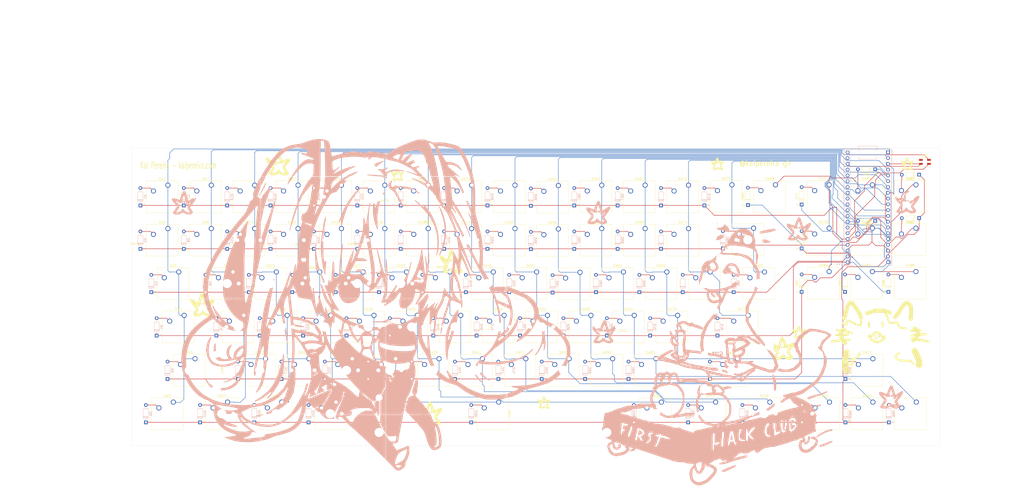
<source format=kicad_pcb>
(kicad_pcb (version 20240108) (generator "pcbnew") (generator_version "8.0")
  (layers (0 "F.Cu" signal) (31 "B.Cu" signal) (34 "B.Paste" user) (35 "F.Paste" user) (36 "B.SilkS" user "B.Silkscreen") (37 "F.SilkS" user "F.Silkscreen") (38 "B.Mask" user) (39 "F.Mask" user) (44 "Edge.Cuts" user))
  (net 0 "")
  (net 1 "Row 5")
  (net 2 "Net-(D1-A)")
  (net 3 "Row 4")
  (net 4 "Net-(D2-A)")
  (net 5 "Row 3")
  (net 6 "Net-(D3-A)")
  (net 7 "Net-(D4-A)")
  (net 8 "Row 2")
  (net 9 "Row 1")
  (net 10 "Net-(D5-A)")
  (net 11 "Row 0")
  (net 12 "Net-(D6-A)")
  (net 13 "Net-(D7-A)")
  (net 14 "Net-(D8-A)")
  (net 15 "Net-(D9-A)")
  (net 16 "Net-(D10-A)")
  (net 17 "Net-(D11-A)")
  (net 18 "Net-(D12-A)")
  (net 19 "Net-(D13-A)")
  (net 20 "Net-(D14-A)")
  (net 21 "Net-(D15-A)")
  (net 22 "Net-(D16-A)")
  (net 23 "Net-(D17-A)")
  (net 24 "Net-(D18-A)")
  (net 25 "Net-(D19-A)")
  (net 26 "Net-(D20-A)")
  (net 27 "Net-(D21-A)")
  (net 28 "Net-(D22-A)")
  (net 29 "Net-(D23-A)")
  (net 30 "Net-(D24-A)")
  (net 31 "Net-(D25-A)")
  (net 32 "Net-(D26-A)")
  (net 33 "Net-(D27-A)")
  (net 34 "Net-(D28-A)")
  (net 35 "Net-(D29-A)")
  (net 36 "Net-(D30-A)")
  (net 37 "Net-(D31-A)")
  (net 38 "Net-(D32-A)")
  (net 39 "Net-(D33-A)")
  (net 40 "Net-(D34-A)")
  (net 41 "Net-(D35-A)")
  (net 42 "Net-(D36-A)")
  (net 43 "Net-(D37-A)")
  (net 44 "Net-(D38-A)")
  (net 45 "Net-(D39-A)")
  (net 46 "Net-(D40-A)")
  (net 47 "Net-(D41-A)")
  (net 48 "Net-(D42-A)")
  (net 49 "Net-(D43-A)")
  (net 50 "Net-(D44-A)")
  (net 51 "Net-(D45-A)")
  (net 52 "Net-(D46-A)")
  (net 53 "Net-(D47-A)")
  (net 54 "Net-(D48-A)")
  (net 55 "Net-(D49-A)")
  (net 56 "Net-(D50-A)")
  (net 57 "Net-(D51-A)")
  (net 58 "Net-(D52-A)")
  (net 59 "Net-(D53-A)")
  (net 60 "Net-(D54-A)")
  (net 61 "Net-(D55-A)")
  (net 62 "Net-(D56-A)")
  (net 63 "Net-(D57-A)")
  (net 64 "Net-(D58-A)")
  (net 65 "Net-(D59-A)")
  (net 66 "Net-(D60-A)")
  (net 67 "Net-(D61-A)")
  (net 68 "Net-(D62-A)")
  (net 69 "Net-(D63-A)")
  (net 70 "Net-(D64-A)")
  (net 71 "Net-(D65-A)")
  (net 72 "Net-(D66-A)")
  (net 73 "Net-(D67-A)")
  (net 74 "Net-(D68-A)")
  (net 75 "Net-(D69-A)")
  (net 76 "Net-(D70-A)")
  (net 77 "Net-(D71-A)")
  (net 78 "Net-(D72-A)")
  (net 79 "Net-(D73-A)")
  (net 80 "Net-(D74-A)")
  (net 81 "Net-(D75-A)")
  (net 82 "Net-(D76-A)")
  (net 83 "Net-(D79-A)")
  (net 84 "Net-(D80-A)")
  (net 85 "Net-(D81-A)")
  (net 87 "+5V")
  (net 88 "GND")
  (net 89 "LED")
  (net 90 "Col 0")
  (net 91 "Col 1")
  (net 92 "Col 2")
  (net 93 "Col 3")
  (net 94 "Col 4")
  (net 95 "Col 5")
  (net 96 "Col 6")
  (net 97 "Col 7")
  (net 98 "Col 8")
  (net 99 "Col 9")
  (net 100 "Col 10")
  (net 101 "Col 11")
  (net 102 "Col 12")
  (net 103 "Col 13")
  (net 114 "Net-(D77-A)")
  (net 116 "Net-(D78-A)")
  (net 117 "Net-(D82-A)")
  (net 118 "Net-(D83-A)")
  (net 119 "Net-(D84-A)")
  (net 120 "Net-(D85-A)")
  (net 121 "Net-(D86-A)")
  (net 122 "Net-(D87-A)")
  (net 123 "Net-(D88-A)")
  (net 124 "Col 14")
  (net 125 "Net-(D89-A)")
  (footprint "Button_Switch_Keyboard:SW_Cherry_MX_1.00u_PCB" (layer "F.Cu") (at 125.4125 49.8475)
    (property "Reference" "SW44")
    (property "Value" "SW_Push")
  )
  (footprint "LOGO" (layer "F.Cu") (at 233.3625 21.43125)
    (property "Reference" "G***")
    (property "Value" "LOGO" (hide yes))
  )
  (footprint "Button_Switch_Keyboard:SW_Cherry_MX_1.00u_PCB" (layer "F.Cu") (at 163.5125 50.00625)
    (property "Reference" "SW56")
    (property "Value" "SW_Push")
  )
  (footprint "Button_Switch_Keyboard:SW_Cherry_MX_1.00u_PCB" (layer "F.Cu") (at 120.65 87.9475)
    (property "Reference" "SW40")
    (property "Value" "SW_Push")
  )
  (footprint "Diode_THT:D_DO-35_SOD27_P7.62mm_Horizontal" (layer "F.Cu") (at 302.656875 46.434375 180)
    (property "Reference" "D86")
    (property "Value" "1N4148")
  )
  (footprint "Button_Switch_Keyboard:SW_Cherry_MX_1.00u_PCB" (layer "F.Cu") (at 192.0875 68.8975)
    (property "Reference" "SW63")
    (property "Value" "SW_Push")
  )
  (footprint "Button_Switch_Keyboard:SW_Cherry_MX_1.00u_PCB" (layer "F.Cu") (at 34.925 106.9975)
    (property "Reference" "SW11")
    (property "Value" "SW_Push")
  )
  (footprint "Button_Switch_Keyboard:SW_Cherry_MX_1.00u_PCB" (layer "F.Cu") (at 301.386875 30.63875)
    (property "Reference" "SW85")
    (property "Value" "SW_Push")
  )
  (footprint "Button_Switch_Keyboard:SW_Cherry_MX_1.00u_PCB" (layer "F.Cu") (at 101.6 87.9475)
    (property "Reference" "SW34")
    (property "Value" "SW_Push")
  )
  (footprint "Button_Switch_Keyboard:SW_Cherry_MX_1.00u_PCB" (layer "F.Cu") (at 11.1125 49.8475)
    (property "Reference" "SW8")
    (property "Value" "SW_Push")
  )
  (footprint "Button_Switch_Keyboard:SW_Cherry_MX_1.00u_PCB" (layer "F.Cu") (at 87.3125 30.7975)
    (property "Reference" "SW31")
    (property "Value" "SW_Push")
  )
  (footprint "Diode_THT:D_DO-35_SOD27_P7.62mm_Horizontal" (layer "F.Cu") (at 308.443125 77.62875 90)
    (property "Reference" "D88")
    (property "Value" "1N4148")
  )
  (footprint "Button_Switch_Keyboard:SW_Cherry_MX_1.00u_PCB" (layer "F.Cu") (at 201.6125 49.8475)
    (property "Reference" "SW68")
    (property "Value" "SW_Push")
  )
  (footprint "LOGO" (layer "F.Cu") (at 269.08125 95.25)
    (property "Reference" "G***")
    (property "Value" "LOGO" (hide yes))
  )
  (footprint "Button_Switch_Keyboard:SW_Cherry_MX_1.00u_PCB" (layer "F.Cu") (at 139.7 87.9475)
    (property "Reference" "SW46")
    (property "Value" "SW_Push")
  )
  (footprint "Button_Switch_Keyboard:SW_Cherry_MX_1.00u_PCB" (layer "F.Cu") (at 182.5625 49.8475)
    (property "Reference" "SW62")
    (property "Value" "SW_Push")
  )
  (footprint "Button_Switch_Keyboard:SW_Cherry_MX_1.00u_PCB" (layer "F.Cu") (at 144.4625 30.7975)
    (property "Reference" "SW49")
    (property "Value" "SW_Push")
  )
  (footprint "Button_Switch_Keyboard:SW_Cherry_MX_1.25u_PCB" (layer "F.Cu") (at 208.75625 126.0475)
    (property "Reference" "SW36")
    (property "Value" "SW_Push")
  )
  (footprint "Button_Switch_Keyboard:SW_Cherry_MX_6.25u_PCB" (layer "F.Cu") (at 137.31875 126.0475)
    (property "Reference" "SW30")
    (property "Value" "SW_Push")
  )
  (footprint "Button_Switch_Keyboard:SW_Cherry_MX_1.00u_PCB" (layer "F.Cu") (at 134.9375 68.8975)
    (property "Reference" "SW45")
    (property "Value" "SW_Push")
  )
  (footprint "Button_Switch_Keyboard:SW_Cherry_MX_1.50u_PCB" (layer "F.Cu") (at 254 68.8975)
    (property "Reference" "SW81")
    (property "Value" "SW_Push")
  )
  (footprint "LOGO" (layer "F.Cu") (at 7.14375 83.34375)
    (property "Reference" "G***")
    (property "Value" "LOGO" (hide yes))
  )
  (footprint "LOGO" (layer "F.Cu") (at 40.48125 21.43125)
    (property "Reference" "G***")
    (property "Value" "LOGO" (hide yes))
  )
  (footprint "Button_Switch_Keyboard:SW_Cherry_MX_1.00u_PCB" (layer "F.Cu") (at 320.508125 68.73875)
    (property "Reference" "SW88")
    (property "Value" "SW_Push")
  )
  (footprint "Button_Switch_Keyboard:SW_Cherry_MX_1.00u_PCB" (layer "F.Cu") (at 49.2125 49.8475)
    (property "Reference" "SW20")
    (property "Value" "SW_Push")
  )
  (footprint "Button_Switch_Keyboard:SW_Cherry_MX_2.00u_PCB" (layer "F.Cu") (at 249.23125 49.68875)
    (property "Reference" "SW80")
    (property "Value" "SW_Push")
  )
  (footprint "Button_Switch_Keyboard:SW_Cherry_MX_1.00u_PCB" (layer "F.Cu") (at 282.575 126.0475)
    (property "Reference" "SW54")
    (property "Value" "SW_Push")
  )
  (footprint "LOGO" (layer "F.Cu") (at 116.68125 64.29375)
    (property "Reference" "G***")
    (property "Value" "LOGO" (hide yes))
  )
  (footprint "Button_Switch_Keyboard:SW_Cherry_MX_1.00u_PCB" (layer "F.Cu") (at 320.675 126.0475)
    (property "Reference" "SW66")
    (property "Value" "SW_Push")
  )
  (footprint "Button_Switch_Keyboard:SW_Cherry_MX_1.00u_PCB" (layer "F.Cu") (at 182.5625 30.7975)
    (property "Reference" "SW61")
    (property "Value" "SW_Push")
  )
  (footprint "Button_Switch_Keyboard:SW_Cherry_MX_1.00u_PCB" (layer "F.Cu") (at 282.408125 49.68875)
    (property "Reference" "SW78")
    (property "Value" "SW_Push")
  )
  (footprint "Button_Switch_Keyboard:SW_Cherry_MX_1.00u_PCB" (layer "F.Cu") (at 20.6375 68.8975)
    (property "Reference" "SW9")
    (property "Value" "SW_Push")
  )
  (footprint "Button_Switch_Keyboard:SW_Cherry_MX_1.00u_PCB" (layer "F.Cu") (at 220.6625 30.7975)
    (property "Reference" "SW73")
    (property "Value" "SW_Push")
  )
  (footprint "Button_Switch_Keyboard:SW_Cherry_MX_1.25u_PCB" (layer "F.Cu") (at 65.88125 126.0475)
    (property "Reference" "SW24")
    (property "Value" "SW_Push")
  )
  (footprint "Diode_THT:D_DO-35_SOD27_P7.62mm_Horizontal" (layer "F.Cu") (at 270.343125 77.62875 90)
    (property "Reference" "D82")
    (property "Value" "1N4148")
  )
  (footprint "Button_Switch_Keyboard:SW_Cherry_MX_1.00u_PCB" (layer "F.Cu") (at 196.85 87.9475)
    (property "Reference" "SW64")
    (property "Value" "SW_Push")
  )
  (footprint "Button_Switch_Keyboard:SW_Cherry_MX_1.00u_PCB" (layer "F.Cu") (at 301.386875 68.73875)
    (property "Reference" "SW87")
    (property "Value" "SW_Push")
  )
  (footprint "Button_Switch_Keyboard:SW_Cherry_MX_1.00u_PCB" (layer "F.Cu") (at 282.408125 68.73875)
    (property "Reference" "SW82")
    (property "Value" "SW_Push")
  )
  (footprint "Diode_THT:D_DO-35_SOD27_P7.62mm_Horizontal" (layer "F.Cu") (at 289.393125 77.62875 90)
    (property "Reference" "D87")
    (property "Value" "1N4148")
  )
  (footprint "LOGO" (layer "F.Cu") (at 92.86875 26.19375)
    (property "Reference" "G***")
    (property "Value" "LOGO" (hide yes))
  )
  (footprint "Button_Switch_Keyboard:SW_Cherry_MX_1.25u_PCB" (layer "F.Cu") (at 232.56875 126.0475)
    (property "Reference" "SW42")
    (property "Value" "SW_Push")
  )
  (footprint "Button_Switch_Keyboard:SW_Cherry_MX_2.25u_PCB" (layer "F.Cu") (at 3.96875 106.9975)
    (property "Reference" "SW5")
    (property "Value" "SW_Push")
  )
  (footprint "Button_Switch_Keyboard:SW_Cherry_MX_1.00u_PCB" (layer "F.Cu") (at 39.6875 68.8975)
    (property "Reference" "SW15")
    (property "Value" "SW_Push")
  )
  (footprint "Button_Switch_Keyboard:SW_Cherry_MX_1.00u_PCB" (layer "F.Cu") (at 320.508125 49.68875)
    (property "Reference" "SW84")
    (property "Value" "SW_Push")
  )
  (footprint "Button_Switch_Keyboard:SW_Cherry_MX_1.25u_PCB" (layer "F.Cu") (at 42.06875 126.0475)
    (property "Reference" "SW18")
    (property "Value" "SW_Push")
  )
  (footprint "Button_Switch_Keyboard:SW_Cherry_MX_1.00u_PCB" (layer "F.Cu") (at 77.7875 68.8975)
    (property "Reference" "SW27")
    (property "Value" "SW_Push")
  )
  (footprint "Button_Switch_Keyboard:SW_Cherry_MX_1.00u_PCB" (layer "F.Cu") (at 201.6125 30.7975)
    (property "Reference" "SW67")
    (property "Value" "SW_Push")
  )
  (footprint "Button_Switch_Keyboard:SW_Cherry_MX_1.00u_PCB" (layer "F.Cu") (at 239.7125 30.63875)
    (property "Reference" "SW79")
    (property "Value" "SW_Push")
  )
  (footprint "Button_Switch_Keyboard:SW_Cherry_MX_1.00u_PCB" (layer "F.Cu") (at 44.45 87.9475)
    (property "Reference" "SW16")
    (property "Value" "SW_Push")
  )
  (footprint "Button_Switch_Keyboard:SW_Cherry_MX_1.00u_PCB" (layer "F.Cu") (at 177.8 87.9475)
    (property "Reference" "SW58")
    (property "Value" "SW_Push")
  )
  (footprint "Button_Switch_Keyboard:SW_Cherry_MX_1.00u_PCB" (layer "F.Cu") (at 320.508125 30.63875)
    (property "Reference" "SW83")
    (property "Value" "SW_Push")
  )
  (footprint "LOGO" (layer "F.Cu") (at 316.70625 21.43125)
    (property "Reference" "G***")
    (property "Value" "LOGO" (hide yes))
  )
  (footprint "Button_Switch_Keyboard:SW_Cherry_MX_1.00u_PCB" (layer "F.Cu") (at 49.2125 30.7975)
    (property "Reference" "SW19")
    (property "Value" "SW_Push")
  )
  (footprint "Button_Switch_Keyboard:SW_Cherry_MX_1.00u_PCB" (layer "F.Cu") (at 73.025 106.9975)
    (property "Reference" "SW23")
    (property "Value" "SW_Push")
  )
  (footprint "Button_Switch_Keyboard:SW_Cherry_MX_2.75u_PCB" (layer "F.Cu") (at 242.09375 106.9975)
    (property "Reference" "SW71")
    (property "Value" "SW_Push")
  )
  (footprint "Button_Switch_Keyboard:SW_Cherry_MX_1.00u_PCB" (layer "F.Cu") (at 96.8375 68.8975)
    (property "Reference" "SW33")
    (property "Value" "SW_Push")
  )
  (footprint "Button_Switch_Keyboard:SW_Cherry_MX_1.00u_PCB" (layer "F.Cu") (at -7.9375 49.8475)
    (property "Reference" "SW2")
    (property "Value" "SW_Push")
  )
  (footprint "Diode_THT:D_DO-35_SOD27_P7.62mm_Horizontal" (layer "F.Cu") (at 246.756824 39.52872 90)
    (property "Reference" "D89")
    (property "Value" "1N4148")
  )
  (footprint "Button_Switch_Keyboard:SW_Cherry_MX_1.00u_PCB" (layer "F.Cu") (at 11.1125 30.7975)
    (property "Reference" "SW7")
    (property "Value" "SW_Push")
  )
  (footprint "Button_Switch_Keyboard:SW_Cherry_MX_1.00u_PCB" (layer "F.Cu") (at 106.3625 49.8475)
    (property "Reference" "SW38")
    (property "Value" "SW_Push")
  )
  (footprint "Button_Switch_Keyboard:SW_Cherry_MX_1.00u_PCB" (layer "F.Cu") (at 158.75 87.9475)
    (property "Reference" "SW52")
    (property "Value" "SW_Push")
  )
  (footprint "Button_Switch_Keyboard:SW_Cherry_MX_1.00u_PCB" (layer "F.Cu") (at 168.275 106.9975)
    (property "Reference" "SW53")
    (property "Value" "SW_Push")
  )
  (footprint "Button_Switch_Keyboard:SW_Cherry_MX_1.00u_PCB" (layer "F.Cu") (at 87.3125 49.8475)
    (property "Reference" "SW32")
    (property "Value" "SW_Push")
  )
  (footprint "Button_Switch_Keyboard:SW_Cherry_MX_1.00u_PCB" (layer "F.Cu") (at -7.9375 30.7975)
    (property "Reference" "SW1")
    (property "Value" "SW_Push")
  )
  (footprint "LOGO" (layer "F.Cu") (at 261.9375 102.39375)
    (property "Reference" "G***")
    (property "Value" "LOGO" (hide yes))
  )
  (footprint "Button_Switch_Keyboard:SW_Cherry_MX_1.00u_PCB" (layer "F.Cu") (at 301.625 126.0475)
    (property "Reference" "SW60")
    (property "Value" "SW_Push")
  )
  (footprint "Button_Switch_Keyboard:SW_Cherry_MX_1.00u_PCB" (layer "F.Cu") (at 25.4 87.9475)
    (property "Reference" "SW10")
    (property "Value" "SW_Push")
  )
  (footprint "Button_Switch_Keyboard:SW_Cherry_MX_1.00u_PCB" (layer "F.Cu") (at 173.0375 69.05625)
    (property "Reference" "SW57")
    (property "Value" "SW_Push")
  )
  (footprint "Button_Switch_Keyboard:SW_Cherry_MX_1.75u_PCB" (layer "F.Cu") (at -0.79375 87.9475)
    (property "Reference" "SW4")
    (property "Value" "SW_Push")
  )
  (footprint "Button_Switch_Keyboard:SW_Cherry_MX_1.00u_PCB" (layer "F.Cu") (at 130.175 106.9975)
    (property "Reference" "SW41")
    (property "Value" "SW_Push")
  )
  (footprint "Button_Switch_Keyboard:SW_Cherry_MX_1.00u_PCB" (layer "F.Cu") (at 220.6625 49.8475)
    (property "Reference" "SW74")
    (property "Value" "SW_Push")
  )
  (footprint "Button_Switch_Keyboard:SW_Cherry_MX_1.25u_PCB" (layer "F.Cu") (at 256.38125 126.0475)
    (property "Reference" "SW48")
    (property "Value" "SW_Push")
  )
  (footprint "Button_Switch_Keyboard:SW_Cherry_MX_1.00u_PCB" (layer "F.Cu") (at 63.5 87.9475)
    (property "Reference" "SW22")
    (property "Value" "SW_Push")
  )
  (footprint "Button_Switch_Keyboard:SW_Cherry_MX_1.00u_PCB" (layer "F.Cu") (at 163.5125 30.95625)
    (property "Reference" "SW55")
    (property "Value" "SW_Push")
  )
  (footprint "Button_Switch_Keyboard:SW_Cherry_MX_1.00u_PCB" (layer "F.Cu") (at 125.4125 30.7975)
    (property "Reference" "SW43")
    (property "Value" "SW_Push")
  )
  (footprint "Button_Switch_Keyboard:SW_Cherry_MX_1.00u_PCB" (layer "F.Cu") (at 301.625 106.9975)
    (property "Reference" "SW72")
    (property "Value" "SW_Push")
  )
  (footprint "LOGO" (layer "F.Cu") (at 157.1625 126.20625)
    (property "Reference" "G***")
    (property "Value" "LOGO" (hide yes))
  )
  (footprint "Button_Switch_Keyboard:SW_Cherry_MX_1.00u_PCB" (layer "F.Cu") (at 30.1625 49.8475)
    (property "Reference" "SW14")
    (property "Value" "SW_Push")
  )
  (footprint "Button_Switch_Keyboard:SW_Cherry_MX_1.50u_PCB" (layer "F.Cu") (at -3.175 68.8975)
    (property "Reference" "SW3")
    (property "Value" "SW_Push")
  )
  (footprint "Button_Switch_Keyboard:SW_Cherry_MX_2.25u_PCB" (layer "F.Cu") (at 246.85625 87.9475)
    (property "Reference" "SW76")
    (property "Value" "SW_Push")
  )
  (footprint "Button_Switch_Keyboard:SW_Cherry_MX_1.00u_PCB" (layer "F.Cu") (at 92.075 106.9975)
    (property "Reference" "SW29")
    (property "Value" "SW_Push")
  )
  (footprint "Diode_THT:D_DO-35_SOD27_P7.62mm_Horizontal" (layer "F.Cu") (at 270.343125 58.57875 90)
    (property "Reference" "D78")
    (property "Value" "1N4148")
  )
  (footprint "Diode_THT:D_DO-35_SOD27_P7.62mm_Horizontal" (layer "F.Cu") (at 302.656875 23.8125 180)
    (property "Reference" "D85")
    (property "Value" "1N4148")
  )
  (footprint "Button_Switch_Keyboard:SW_Cherry_MX_1.00u_PCB" (layer "F.Cu") (at 301.386875 49.68875)
    (property "Reference" "SW86")
    (property "Value" "SW_Push")
  )
  (footprint "Button_Switch_Keyboard:SW_Cherry_MX_1.00u_PCB" (layer "F.Cu") (at 58.7375 68.8975)
    (property "Reference" "SW21")
    (property "Value" "SW_Push")
  )
  (footprint "Button_Switch_Keyboard:SW_Cherry_MX_1.00u_PCB" (layer "F.Cu") (at 153.9875 68.8975)
    (property "Reference" "SW51")
    (property "Value" "SW_Push")
  )
  (footprint "Button_Switch_Keyboard:SW_Cherry_MX_1.00u_PCB" (layer "F.Cu") (at 106.3625 30.7975)
    (property "Reference" "SW37")
    (property "Value" "SW_Push")
  )
  (footprint "LOGO" (layer "F.Cu") (at 304.8 97.63125)
    (property "Reference" "G***")
    (property "Value" "LOGO" (hide yes))
  )
  (footprint "Button_Switch_Keyboard:SW_Cherry_MX_1.00u_PCB" (layer "F.Cu") (at 149.225 106.9975)
    (property "Reference" "SW47")
    (property "Value" "SW_Push")
  )
  (footprint "LED_SMD:LED_SK6812MINI_PLCC4_3.5x3.5mm_P1.75mm" (layer "F.Cu") (at 324.48125 20.55625)
    (property "Reference" "D91")
    (property "Value" "SK6812MINI")
  )
  (footprint "Button_Switch_Keyboard:SW_Cherry_MX_1.00u_PCB" (layer "F.Cu") (at 68.2625 30.7975)
    (property "Reference" "SW25")
    (property "Value" "SW_Push")
  )
  (footprint "Button_Switch_Keyboard:SW_Cherry_MX_1.25u_PCB" (layer "F.Cu") (at -5.55625 126.0475)
    (property "Reference" "SW6")
    (property "Value" "SW_Push")
  )
  (footprint "Button_Switch_Keyboard:SW_Cherry_MX_1.00u_PCB" (layer "F.Cu") (at 215.9 87.9475)
    (property "Reference" "SW70")
    (property "Value" "SW_Push")
  )
  (footprint "Diode_THT:D_DO-35_SOD27_P7.62mm_Horizontal" (layer "F.Cu") (at 270.343125 39.290625 90)
    (property "Reference" "D77")
    (property "Value" "1N4148")
  )
  (footprint "LOGO" (layer "F.Cu") (at 107.15625 130.96875)
    (property "Reference" "G***")
    (property "Value" "LOGO" (hide yes))
  )
  (footprint "Button_Switch_Keyboard:SW_Cherry_MX_1.00u_PCB" (layer "F.Cu") (at 68.2625 49.8475)
    (property "Reference" "SW26")
    (property "Value" "SW_Push")
  )
  (footprint "Button_Switch_Keyboard:SW_Cherry_MX_1.00u_PCB" (layer "F.Cu") (at 144.4625 49.8475)
    (property "Reference" "SW50")
    (property "Value" "SW_Push")
  )
  (footprint "Button_Switch_Keyboard:SW_Cherry_MX_1.00u_PCB" (layer "F.Cu") (at 187.325 106.9975)
    (property "Reference" "SW59")
    (property "Value" "SW_Push")
  )
  (footprint "Button_Switch_Keyboard:SW_Cherry_MX_1.00u_PCB" (layer "F.Cu") (at 258.821816 30.63875)
    (property "Reference" "SW89")
    (property "Value" "SW_Push")
  )
  (footprint "Diode_THT:D_DO-35_SOD27_P7.62mm_Horizontal" (layer "F.Cu") (at 321.945 45.24375 180)
    (property "Reference" "D84")
    (property "Value" "1N4148")
  )
  (footprint "Button_Switch_Keyboard:SW_Cherry_MX_1.00u_PCB" (layer "F.Cu") (at 230.1875 68.8975)
    (property "Reference" "SW75")
    (property "Value" "SW_Push")
  )
  (footprint "Button_Switch_Keyboard:SW_Cherry_MX_1.00u_PCB" (layer "F.Cu") (at 30.1625 30.7975)
    (property "Reference" "SW13" (hide yes))
    (property "Value" "SW_Push")
  )
  (footprint "Button_Switch_Keyboard:SW_Cherry_MX_1.00u_PCB" (layer "F.Cu") (at 82.55 87.9475)
    (property "Reference" "SW28")
    (property "Value" "SW_Push")
  )
  (footprint "Button_Switch_Keyboard:SW_Cherry_MX_1.00u_PCB" (layer "F.Cu") (at 53.975 106.9975)
    (property "Reference" "SW17")
    (property "Value" "SW_Push")
  )
  (footprint "Button_Switch_Keyboard:SW_Cherry_MX_1.00u_PCB" (layer "F.Cu") (at 206.375 106.9975)
    (property "Reference" "SW65")
    (property "Value" "SW_Push")
  )
  (footprint "Button_Switch_Keyboard:SW_Cherry_MX_1.00u_PCB" (layer "F.Cu") (at 211.1375 68.8975)
    (property "Reference" "SW69")
    (property "Value" "SW_Push")
  )
  (footprint "Button_Switch_Keyboard:SW_Cherry_MX_1.00u_PCB" (layer "F.Cu") (at 282.408125 30.63875)
    (property "Reference" "SW77")
    (property "Value" "SW_Push")
  )
  (footprint "Button_Switch_Keyboard:SW_Cherry_MX_1.25u_PCB" (layer "F.Cu") (at 18.25625 126.0475)
    (property "Reference" "SW12")
    (property "Value" "SW_Push")
  )
  (footprint "Button_Switch_Keyboard:SW_Cherry_MX_1.00u_PCB" (layer "F.Cu") (at 111.125 106.9975)
    (property "Reference" "SW35")
    (property "Value" "SW_Push")
  )
  (footprint "Diode_THT:D_DO-35_SOD27_P7.62mm_Horizontal" (layer "F.Cu") (at 321.945 26.19375 180)
    (property "Reference" "D83")
    (property "Value" "1N4148")
  )
  (footprint "Button_Switch_Keyboard:SW_Cherry_MX_1.00u_PCB" (layer "F.Cu") (at 115.8875 68.8975)
    (property "Reference" "SW39")
    (property "Value" "SW_Push")
  )
  (footprint "Diode_THT:D_DO-35_SOD27_P7.62mm_Horizontal" (layer "B.Cu") (at 132.3975 58.7375 90)
    (property "Reference" "D50")
    (property "Value" "1N4148")
  )
  (footprint "Diode_THT:D_DO-35_SOD27_P7.62mm_Horizontal" (layer "B.Cu") (at 196.69125 134.9375 90)
    (property "Reference" "D36")
    (property "Value" "1N4148")
  )
  (footprint "Diode_THT:D_DO-35_SOD27_P7.62mm_Horizontal" (layer "B.Cu") (at 113.3475 39.6875 90)
    (property "Reference" "D43")
    (property "Value" "1N4148")
  )
  (footprint "LOGO" (layer "B.Cu") (at 316.70625 38.1 180)
    (property "Reference" "G***")
    (property "Value" "LOGO" (hide yes))
  )
  (footprint "Diode_THT:D_DO-35_SOD27_P7.62mm_Horizontal" (layer "B.Cu") (at 141.9225 77.7875 90)
    (property "Reference" "D51")
    (property "Value" "1N4148")
  )
  (footprint "Diode_THT:D_DO-35_SOD27_P7.62mm_Horizontal" (layer "B.Cu") (at 203.835 96.8375 90)
    (property "Reference" "D70")
    (property "Value" "1N4148")
  )
  (footprint "Diode_THT:D_DO-35_SOD27_P7.62mm_Horizontal" (layer "B.Cu") (at 46.6725 77.7875 90)
    (property "Reference" "D21")
    (property "Value" "1N4148")
  )
  (footprint "Diode_THT:D_DO-35_SOD27_P7.62mm_Horizontal" (layer "B.Cu") (at 99.06 115.8875 90)
    (property "Reference" "D35")
    (property "Value" "1N4148")
  )
  (footprint "Diode_THT:D_DO-35_SOD27_P7.62mm_Horizontal" (layer "B.Cu") (at 227.6475 39.6875 90)
    (property "Reference" "D79")
    (property "Value" "1N4148")
  )
  (footprint "Diode_THT:D_DO-35_SOD27_P7.62mm_Horizontal" (layer "B.Cu") (at 65.7225 77.7875 90)
    (property "Reference" "D27")
    (property "Value" "1N4148")
  )
  (footprint "Diode_THT:D_DO-35_SOD27_P7.62mm_Horizontal" (layer "B.Cu") (at 53.81625 134.9375 90)
    (property "Reference" "D24")
    (property "Value" "1N4148")
  )
  (footprint "Diode_THT:D_DO-35_SOD27_P7.62mm_Horizontal" (layer "B.Cu") (at 230.02875 115.8875 90)
    (property "Reference" "D71")
    (property "Value" "1N4148")
  )
  (footprint "Diode_THT:D_DO-35_SOD27_P7.62mm_Horizontal" (layer "B.Cu") (at 308.61 134.9375 90)
    (property "Reference" "D66")
    (property "Value" "1N4148")
  )
  (footprint "Diode_THT:D_DO-35_SOD27_P7.62mm_Horizontal" (layer "B.Cu") (at 184.785 96.8375 90)
    (property "Reference" "D64")
    (property "Value" "1N4148")
  )
  (footprint "Diode_THT:D_DO-35_SOD27_P7.62mm_Horizontal" (layer "B.Cu") (at 289.56 134.9375 90)
    (property "Reference" "D60")
    (property "Value" "1N4148")
  )
  (footprint "Diode_THT:D_DO-35_SOD27_P7.62mm_Horizontal" (layer "B.Cu") (at 220.50375 134.9375 90)
    (property "Reference" "D42")
    (property "Value" "1N4148")
  )
  (footprint "Diode_THT:D_DO-35_SOD27_P7.62mm_Horizontal" (layer "B.Cu") (at 208.5975 39.6875 90)
    (property "Reference" "D73")
    (property "Value" "1N4148")
  )
  (footprint "Diode_THT:D_DO-35_SOD27_P7.62mm_Horizontal" (layer "B.Cu") (at 80.01 115.8875 90)
    (property "Reference" "D29")
    (property "Value" "1N4148")
  )
  (footprint "Diode_THT:D_DO-35_SOD27_P7.62mm_Horizontal" (layer "B.Cu") (at 103.8225 77.7875 90)
    (property "Reference" "D39")
    (property "Value" "1N4148")
  )
  (footprint "Diode_THT:D_DO-35_SOD27_P7.62mm_Horizontal" (layer "B.Cu") (at 270.51 134.9375 90)
    (property "Reference" "D54")
    (property "Value" "1N4148")
  )
  (footprint "Diode_THT:D_DO-35_SOD27_P7.62mm_Horizontal" (layer "B.Cu") (at 189.5475 39.6875 90)
    (property "Reference" "D67")
    (property "Value" "1N4148")
  )
  (footprint "Diode_THT:D_DO-35_SOD27_P7.62mm_Horizontal" (layer "B.Cu") (at 94.2975 58.7375 90)
    (property "Reference" "D38")
    (property "Value" "1N4148")
  )
  (footprint "Diode_THT:D_DO-35_SOD27_P7.62mm_Horizontal" (layer "B.Cu") (at 137.16 115.8875 90)
    (property "Reference" "D47")
    (property "Value" "1N4148")
  )
  (footprint "Diode_THT:D_DO-35_SOD27_P7.62mm_Horizontal" (layer "B.Cu") (at -20.0025 58.7375 90)
    (property "Reference" "D2")
    (property "Value" "1N4148")
  )
  (footprint "Diode_THT:D_DO-35_SOD27_P7.62mm_Horizontal" (layer "B.Cu") (at 194.31 115.8875 90)
    (property "Reference" "D65")
    (property "Value" "1N4148")
  )
  (footprint "Diode_THT:D_DO-35_SOD27_P7.62mm_Horizontal" (layer "B.Cu") (at 244.31625 134.9375 90)
    (property "Reference" "D48")
    (property "Value" "1N4148")
  )
  (footprint "Diode_THT:D_DO-35_SOD27_P7.62mm_Horizontal" (layer "B.Cu") (at 233.3625 96.8375 90)
    (property "Reference" "D76")
    (property "Value" "1N4148")
  )
  (footprint "LOGO" (layer "B.Cu") (at 309.5625 123.825 180)
    (property "Reference" "G***")
    (property "Value" "LOGO" (hide yes))
  )
  (footprint "Diode_THT:D_DO-35_SOD27_P7.62mm_Horizontal" (layer "B.Cu") (at 18.0975 58.7375 90)
    (property "Reference" "D14")
    (property "Value" "1N4148")
  )
  (footprint "Diode_THT:D_DO-35_SOD27_P7.62mm_Horizontal" (layer "B.Cu") (at -0.9525 58.7375 90)
    (property "Reference" "D8")
    (property "Value" "1N4148")
  )
  (footprint "Diode_THT:D_DO-35_SOD27_P7.62mm_Horizontal" (layer "B.Cu") (at 84.7725 77.7875 90)
    (property "Reference" "D33")
    (property "Value" "1N4148")
  )
  (footprint "Diode_THT:D_DO-35_SOD27_P7.62mm_Horizontal" (layer "B.Cu") (at 189.5475 58.7375 90)
    (property "Reference" "D68")
    (property "Value" "1N4148")
  )
  (footprint "Diode_THT:D_DO-35_SOD27_P7.62mm_Horizontal" (layer "B.Cu") (at 51.435 96.8375 90)
    (property "Reference" "D22")
    (property "Value" "1N4148")
  )
  (footprint "Diode_THT:D_DO-35_SOD27_P7.62mm_Horizontal" (layer "B.Cu") (at 151.4475 39.84625 90)
    (property "Reference" "D55")
    (property "Value" "1N4148")
  )
  (footprint "Diode_THT:D_DO-35_SOD27_P7.62mm_Horizontal" (layer "B.Cu") (at 165.735 96.8375 90)
    (property "Reference" "D58")
    (property "Value" "1N4148")
  )
  (footprint "Diode_THT:D_DO-35_SOD27_P7.62mm_Horizontal" (layer "B.Cu") (at 151.4475 58.89625 90)
    (property "Reference" "D56")
    (property "Value" "1N4148")
  )
  (footprint "LOGO" (layer "B.Cu") (at 83.378733 69.740503 180)
    (property "Reference" "G***")
    (property "Value" "LOGO" (hide yes))
  )
  (footprint "Diode_THT:D_DO-35_SOD27_P7.62mm_Horizontal" (layer "B.Cu") (at 235.74375 58.57875 90)
    (property "Reference" "D80")
    (property "Value" "1N4148")
  )
  (footprint "Diode_THT:D_DO-35_SOD27_P7.62mm_Horizontal" (layer "B.Cu") (at 94.2975 39.6875 90)
    (property "Reference" "D37")
    (property "Value" "1N4148")
  )
  (footprint "Diode_THT:D_DO-35_SOD27_P7.62mm_Horizontal" (layer "B.Cu") (at 8.5725 77.7875 90)
    (property "Reference" "D9")
    (property "Value" "1N4148")
  )
  (footprint "Diode_THT:D_DO-35_SOD27_P7.62mm_Horizontal" (layer "B.Cu") (at 125.25375 134.9375 90)
    (property "Reference" "D30")
    (property "Value" "1N4148")
  )
  (footprint "LOGO" (layer "B.Cu") (at 233.3625 104.775 180)
    (property "Reference" "G***")
    (property "Value" "LOGO" (hide yes))
  )
  (footprint "Diode_THT:D_DO-35_SOD27_P7.62mm_Horizontal" (layer "B.Cu") (at -0.9525 39.6875 90)
    (property "Reference" "D7")
    (property "Value" "1N4148")
  )
  (footprint "Diode_THT:D_DO-35_SOD27_P7.62mm_Horizontal" (layer "B.Cu") (at 22.86 115.8875 90)
    (property "Reference" "D11")
    (property "Value" "1N4148")
  )
  (footprint "Diode_THT:D_DO-35_SOD27_P7.62mm_Horizontal" (layer "B.Cu") (at 240.50625 77.7875 90)
    (property "Reference" "D81")
    (property "Value" "1N4148")
  )
  (footprint "Diode_THT:D_DO-35_SOD27_P7.62mm_Horizontal" (layer "B.Cu") (at 75.2475 39.6875 90)
    (property "Reference" "D31")
    (property "Value" "1N4148")
  )
  (footprint "Diode_THT:D_DO-35_SOD27_P7.62mm_Horizontal" (layer "B.Cu") (at 18.0975 39.6875 90)
    (property "Reference" "D13")
    (property "Value" "1N4148")
  )
  (footprint "Diode_THT:D_DO-35_SOD27_P7.62mm_Horizontal" (layer "B.Cu") (at 56.1975 39.6875 90)
    (property "Reference" "D25")
    (property "Value" "1N4148")
  )
  (footprint "Diode_THT:D_DO-35_SOD27_P7.62mm_Horizontal" (layer "B.Cu") (at -20.0025 39.6875 90)
    (property "Reference" "D1")
    (property "Value" "1N4148")
  )
  (footprint "Diode_THT:D_DO-35_SOD27_P7.62mm_Horizontal" (layer "B.Cu") (at 70.485 96.8375 90)
    (property "Reference" "D28")
    (property "Value" "1N4148")
  )
  (footprint "Diode_THT:D_DO-35_SOD27_P7.62mm_Horizontal" (layer "B.Cu") (at 160.9725 77.94625 90)
    (property "Reference" "D57")
    (property "Value" "1N4148")
  )
  (footprint "Diode_THT:D_DO-35_SOD27_P7.62mm_Horizontal" (layer "B.Cu") (at 37.1475 39.6875 90)
    (property "Reference" "D19")
    (property "Value" "1N4148")
  )
  (footprint "Diode_THT:D_DO-35_SOD27_P7.62mm_Horizontal" (layer "B.Cu") (at -17.62125 134.9375 90)
    (property "Reference" "D6")
    (property "Value" "1N4148")
  )
  (footprint "Diode_THT:D_DO-35_SOD27_P7.62mm_Horizontal" (layer "B.Cu") (at 30.00375 134.9375 90)
    (property "Reference" "D18")
    (property "Value" "1N4148")
  )
  (footprint "Diode_THT:D_DO-35_SOD27_P7.62mm_Horizontal" (layer "B.Cu") (at 118.11 115.8875 90)
    (property "Reference" "D41")
    (property "Value" "1N4148")
  )
  (footprint "LOGO" (layer "B.Cu") (at -0.9525 38.6475 180)
    (property "Reference" "G***")
    (property "Value" "LOGO" (hide yes))
  )
  (footprint "LOGO" (layer "B.Cu") (at 269.08125 50.00625 180)
    (property "Reference" "G***")
    (property "Value" "LOGO" (hide yes))
  )
  (footprint "Diode_THT:D_DO-35_SOD27_P7.62mm_Horizontal" (layer "B.Cu") (at 146.685 96.8375 90)
    (property "Reference" "D52")
    (property "Value" "1N4148")
  )
  (footprint "Diode_THT:D_DO-35_SOD27_P7.62mm_Horizontal" (layer "B.Cu") (at 41.91 115.8875 90)
    (property "Reference" "D17")
    (property "Value" "1N4148")
  )
  (footprint "Diode_THT:D_DO-35_SOD27_P7.62mm_Horizontal" (layer "B.Cu") (at 180.0225 77.7875 90)
    (property "Reference" "D63")
    (property "Value" "1N4148")
  )
  (footprint "Diode_THT:D_DO-35_SOD27_P7.62mm_Horizontal" (layer "B.Cu") (at -8.09625 115.8875 90)
    (property "Reference" "D5")
    (property "Value" "1N4148")
  )
  (footprint "LOGO" (layer "B.Cu") (at 183.665 95.1475 180)
    (property "Reference" "G***")
    (property "Value" "LOGO" (hide yes))
  )
  (footprint "Diode_THT:D_DO-35_SOD27_P7.62mm_Horizontal" (layer "B.Cu") (at 175.26 115.8875 90)
    (property "Reference" "D59")
    (property "Value" "1N4148")
  )
  (footprint "Diode_THT:D_DO-35_SOD27_P7.62mm_Horizontal" (layer "B.Cu") (at 37.1475 58.7375 90)
    (property "Reference" "D20")
    (property "Value" "1N4148")
  )
  (footprint "Diode_THT:D_DO-35_SOD27_P7.62mm_Horizontal" (layer "B.Cu") (at -15.24 77.7875 90)
    (property "Reference" "D3")
    (property "Value" "1N4148")
  )
  (footprint "Diode_THT:D_DO-35_SOD27_P7.62mm_Horizontal" (layer "B.Cu") (at 60.96 115.8875 90)
    (property "Reference" "D23")
    (property "Value" "1N4148")
  )
  (footprint "Diode_THT:D_DO-35_SOD27_P7.62mm_Horizontal" (layer "B.Cu") (at 113.3475 58.7375 90)
    (property "Reference" "D44")
    (property "Value" "1N4148")
  )
  (footprint "Diode_THT:D_DO-35_SOD27_P7.62mm_Horizontal" (layer "B.Cu") (at -12.85875 96.8375 90)
    (property "Reference" "D4")
    (property "Value" "1N4148")
  )
  (footprint "Diode_THT:D_DO-35_SOD27_P7.62mm_Horizontal" (layer "B.Cu") (at 132.3975 39.6875 90)
    (property "Reference" "D49")
    (property "Value" "1N4148")
  )
  (footprint "Diode_THT:D_DO-35_SOD27_P7.62mm_Horizontal" (layer "B.Cu") (at 199.0725 77.7875 90)
    (property "Reference" "D69")
    (property "Value" "1N4148")
  )
  (footprint "Diode_THT:D_DO-35_SOD27_P7.62mm_Horizontal" (layer "B.Cu") (at 156.21 115.8875 90)
    (property "Reference" "D53")
    (property "Value" "1N4148")
  )
  (footprint "Module:RaspberryPi_Pico_Common_THT" (layer "B.Cu") (at 308.2925 16.35125 180)
    (property "Reference" "U1")
    (property "Value" "Pico")
  )
  (footprint "Diode_THT:D_DO-35_SOD27_P7.62mm_Horizontal" (layer "B.Cu") (at 122.8725 77.7875 90)
    (property "Reference" "D45")
    (property "Value" "1N4148")
  )
  (footprint "Diode_THT:D_DO-35_SOD27_P7.62mm_Horizontal" (layer "B.Cu") (at 6.19125 134.9375 90)
    (property "Reference" "D12")
    (property "Value" "1N4148")
  )
  (footprint "Diode_THT:D_DO-35_SOD27_P7.62mm_Horizontal" (layer "B.Cu") (at 75.2475 58.7375 90)
    (property "Reference" "D32")
    (property "Value" "1N4148")
  )
  (footprint "Diode_THT:D_DO-35_SOD27_P7.62mm_Horizontal" (layer "B.Cu") (at 127.635 96.8375 90)
    (property "Reference" "D46")
    (property "Value" "1N4148")
  )
  (footprint "Diode_THT:D_DO-35_SOD27_P7.62mm_Horizontal" (layer "B.Cu") (at 208.5975 58.7375 90)
    (property "Reference" "D74")
    (property "Value" "1N4148")
  )
  (footprint "Diode_THT:D_DO-35_SOD27_P7.62mm_Horizontal" (layer "B.Cu") (at 13.335 96.8375 90)
    (property "Reference" "D10")
    (property "Value" "1N4148")
  )
  (footprint "LOGO" (layer "B.Cu") (at 180.975 42.8625 180)
    (property "Reference" "G***")
    (property "Value" "LOGO" (hide yes))
  )
  (footprint "Diode_THT:D_DO-35_SOD27_P7.62mm_Horizontal" (layer "B.Cu") (at 108.585 96.8375 90)
    (property "Reference" "D40")
    (property "Value" "1N4148")
  )
  (footprint "Diode_THT:D_DO-35_SOD27_P7.62mm_Horizontal" (layer "B.Cu") (at 56.1975 58.7375 90)
    (property "Reference" "D26")
    (property "Value" "1N4148")
  )
  (footprint "Diode_THT:D_DO-35_SOD27_P7.62mm_Horizontal" (layer "B.Cu") (at 32.385 96.8375 90)
    (property "Reference" "D16")
    (property "Value" "1N4148")
  )
  (footprint "Diode_THT:D_DO-35_SOD27_P7.62mm_Horizontal" (layer "B.Cu") (at 89.535 96.8375 90)
    (property "Reference" "D34")
    (property "Value" "1N4148")
  )
  (footprint "Diode_THT:D_DO-35_SOD27_P7.62mm_Horizontal" (layer "B.Cu") (at 170.4975 39.6875 90)
    (property "Reference" "D61")
    (property "Value" "1N4148")
  )
  (footprint "Diode_THT:D_DO-35_SOD27_P7.62mm_Horizontal" (layer "B.Cu") (at 170.4975 58.7375 90)
    (property "Reference" "D62")
    (property "Value" "1N4148")
  )
  (footprint "Diode_THT:D_DO-35_SOD27_P7.62mm_Horizontal" (layer "B.Cu") (at 27.6225 77.7875 90)
    (property "Reference" "D15")
    (property "Value" "1N4148")
  )
  (footprint "Diode_THT:D_DO-35_SOD27_P7.62mm_Horizontal" (layer "B.Cu") (at 289.56 115.8875 90)
    (property "Reference" "D72")
    (property "Value" "1N4148")
  )
  (footprint "Diode_THT:D_DO-35_SOD27_P7.62mm_Horizontal" (layer "B.Cu") (at 218.1225 77.7875 90)
    (property "Reference" "D75")
    (property "Value" "1N4148")
  )
  (gr_rect (start -23.8125 14.2875) (end 330.99375 145.25625) (stroke (width 0.05)) (fill none) (layer "Edge.Cuts"))
  (gr_text "@kaipereira gh" (at 242.8875 22.621875 0) (layer "F.SilkS") (effects (font (size 2.5 2) (thickness 0.3)) (justify left bottom)))
  (gr_text "Kai Pereira - kaipereira.com" (at -20.240625 23.8125 0) (layer "F.SilkS") (effects (font (size 3 1.5) (thickness 0.25) (bold yes)) (justify left bottom)))
  (segment (start 231.995239 44.035239) (end 280.245801 44.035239) (width 0.2) (layer "F.Cu") (net 1))
  (segment (start 293.936875 51.026875) (end 293.936875 44.200625) (width 0.2) (layer "F.Cu") (net 1))
  (segment (start 290.5125 54.45125) (end 293.936875 51.026875) (width 0.2) (layer "F.Cu") (net 1))
  (segment (start 285.75 52.269819) (end 288.13125 54.651069) (width 0.2) (layer "F.Cu") (net 1))
  (segment (start 302.786875 31.218649) (end 302.786875 28.705) (width 0.2) (layer "F.Cu") (net 1))
  (segment (start 302.656875 28.575) (end 305.077763 26.154112) (width 0.2) (layer "F.Cu") (net 1))
  (segment (start 305.077763 26.154112) (end 307.042517 26.154112) (width 0.2) (layer "F.Cu") (net 1))
  (segment (start 302.41875 35.71875) (end 302.41875 31.586774) (width 0.2) (layer "F.Cu") (net 1))
  (segment (start 293.936875 44.200625) (end 302.41875 35.71875) (width 0.2) (layer "F.Cu") (net 1))
  (segment (start -20.0025 39.6875) (end 227.6475 39.6875) (width 0.2) (layer "F.Cu") (net 1))
  (segment (start 283.799584 40.481456) (end 285.75 40.481456) (width 0.2) (layer "F.Cu") (net 1))
  (segment (start 288.331069 54.45125) (end 290.5125 54.45125) (width 0.2) (layer "F.Cu") (net 1))
  (segment (start 288.13125 54.651069) (end 288.331069 54.45125) (width 0.2) (layer "F.Cu") (net 1))
  (segment (start 302.41875 31.586774) (end 302.786875 31.218649) (width 0.2) (layer "F.Cu") (net 1))
  (segment (start 285.75 40.48125) (end 285.75 52.269819) (width 0.2) (layer "F.Cu") (net 1))
  (segment (start 280.245801 44.035239) (end 283.799584 40.481456) (width 0.2) (layer "F.Cu") (net 1))
  (segment (start 227.6475 39.6875) (end 231.995239 44.035239) (width 0.2) (layer "F.Cu") (net 1))
  (segment (start 302.786875 28.705) (end 302.656875 28.575) (width 0.2) (layer "F.Cu") (net 1))
  (via (at 307.042517 26.154112) (size 0.6) (drill 0.3) (layers "F.Cu" "B.Cu") (net 1))
  (segment (start 307.042517 26.055017) (end 304.8 23.8125) (width 0.2) (layer "B.Cu") (net 1))
  (segment (start 304.8 23.8125) (end 302.656875 23.8125) (width 0.2) (layer "B.Cu") (net 1))
  (segment (start 307.042517 26.154112) (end 307.042517 26.055017) (width 0.2) (layer "B.Cu") (net 1))
  (segment (start -15.5575 32.0675) (end -14.2875 33.3375) (width 0.2) (layer "F.Cu") (net 2))
  (segment (start -20.0025 32.0675) (end -15.5575 32.0675) (width 0.2) (layer "F.Cu") (net 2))
  (segment (start 235.585 58.7375) (end 235.74375 58.57875) (width 0.2) (layer "F.Cu") (net 3))
  (segment (start 293.260444 55.959375) (end 293.269819 55.96875) (width 0.2) (layer "F.Cu") (net 3))
  (segment (start 299.986875 49.104375) (end 302.656875 46.434375) (width 0.2) (layer "F.Cu") (net 3))
  (segment (start 293.269819 55.96875) (end 294.263931 55.96875) (width 0.2) (layer "F.Cu") (net 3))
  (segment (start -20.0025 58.7375) (end 235.585 58.7375) (width 0.2) (layer "F.Cu") (net 3))
  (segment (start 294.263931 55.96875) (end 299.986875 50.245806) (width 0.2) (layer "F.Cu") (net 3))
  (segment (start 237.20375 57.11875) (end 290.385 57.11875) (width 0.2) (layer "F.Cu") (net 3))
  (segment (start 290.5125 56.99125) (end 291.544375 55.959375) (width 0.2) (layer "F.Cu") (net 3))
  (segment (start 290.385 57.11875) (end 290.5125 56.99125) (width 0.2) (layer "F.Cu") (net 3))
  (segment (start 299.986875 50.245806) (end 299.986875 49.104375) (width 0.2) (layer "F.Cu") (net 3))
  (segment (start 235.74375 58.57875) (end 237.20375 57.11875) (width 0.2) (layer "F.Cu") (net 3))
  (segment (start 291.544375 55.959375) (end 293.260444 55.959375) (width 0.2) (layer "F.Cu") (net 3))
  (segment (start -15.5575 51.1175) (end -14.2875 52.3875) (width 0.2) (layer "F.Cu") (net 4))
  (segment (start -20.0025 51.1175) (end -15.5575 51.1175) (width 0.2) (layer "F.Cu") (net 4))
  (segment (start 288.3725 64.21125) (end 290.5125 62.07125) (width 0.2) (layer "F.Cu") (net 5))
  (segment (start 255.021814 77.7875) (end 268.598064 64.21125) (width 0.2) (layer "F.Cu") (net 5))
  (segment (start 268.598064 64.21125) (end 288.3725 64.21125) (width 0.2) (layer "F.Cu") (net 5))
  (segment (start -15.24 77.7875) (end 240.50625 77.7875) (width 0.2) (layer "F.Cu") (net 5))
  (segment (start 240.50625 77.7875) (end 255.021814 77.7875) (width 0.2) (layer "F.Cu") (net 5))
  (segment (start 288.13125 64.4525) (end 288.13125 76.366875) (width 0.2) (layer "B.Cu") (net 5))
  (segment (start 290.5125 62.07125) (end 288.13125 64.4525) (width 0.2) (layer "B.Cu") (net 5))
  (segment (start 288.13125 76.366875) (end 289.393125 77.62875) (width 0.2) (layer "B.Cu") (net 5))
  (segment (start -15.24 70.1675) (end -10.795 70.1675) (width 0.2) (layer "F.Cu") (net 6))
  (segment (start -10.795 70.1675) (end -9.525 71.4375) (width 0.2) (layer "F.Cu") (net 6))
  (segment (start -12.85875 89.2175) (end -8.41375 89.2175) (width 0.2) (layer "F.Cu") (net 7))
  (segment (start -8.41375 89.2175) (end -7.14375 90.4875) (width 0.2) (layer "F.Cu") (net 7))
  (segment (start 233.3625 96.8375) (end 265.1125 96.8375) (width 0.2) (layer "F.Cu") (net 8))
  (segment (start 266.7 66.675) (end 268.76375 64.61125) (width 0.2) (layer "F.Cu") (net 8))
  (segment (start 265.1125 96.8375) (end 266.7 95.25) (width 0.2) (layer "F.Cu") (net 8))
  (segment (start 13.335 96.8375) (end 233.3625 96.8375) (width 0.2) (layer "F.Cu") (net 8))
  (segment (start 266.7 95.25) (end 266.7 66.675) (width 0.2) (layer "F.Cu") (net 8))
  (segment (start -12.85875 96.8375) (end 13.335 96.8375) (width 0.2) (layer "F.Cu") (net 8))
  (segment (start 268.76375 64.61125) (end 290.5125 64.61125) (width 0.2) (layer "F.Cu") (net 8))
  (segment (start 290.059823 60.641281) (end 288.13125 58.712708) (width 0.2) (layer "B.Cu") (net 8))
  (segment (start 308.443125 77.62875) (end 306.039819 77.62875) (width 0.2) (layer "B.Cu") (net 8))
  (segment (start 279.68875 51.08875) (end 270.343125 41.743125) (width 0.2) (layer "B.Cu") (net 8))
  (segment (start 290.5125 64.61125) (end 291.622531 63.501219) (width 0.2) (layer "B.Cu") (net 8))
  (segment (start 270.343125 41.743125) (end 270.343125 39.290625) (width 0.2) (layer "B.Cu") (net 8))
  (segment (start 288.13125 58.712708) (end 288.13125 54.76875) (width 0.2) (layer "B.Cu") (net 8))
  (segment (start 293.022319 64.61125) (end 290.5125 64.61125) (width 0.2) (layer "B.Cu") (net 8))
  (segment (start 291.622531 60.641281) (end 290.059823 60.641281) (width 0.2) (layer "B.Cu") (net 8))
  (segment (start 288.13125 54.76875) (end 284.45125 51.08875) (width 0.2) (layer "B.Cu") (net 8))
  (segment (start 284.45125 51.08875) (end 279.68875 51.08875) (width 0.2) (layer "B.Cu") (net 8))
  (segment (start 306.039819 77.62875) (end 293.022319 64.61125) (width 0.2) (layer "B.Cu") (net 8))
  (segment (start 291.622531 63.501219) (end 291.622531 60.641281) (width 0.2) (layer "B.Cu") (net 8))
  (segment (start 272.405656 60.641281) (end 290.638166 60.641281) (width 0.2) (layer "F.Cu") (net 9))
  (segment (start 290.638166 60.641281) (end 291.6125 61.615615) (width 0.2) (layer "F.Cu") (net 9))
  (segment (start 290.793968 60.641281) (end 292.531564 62.378877) (width 0.2) (layer "F.Cu") (net 9))
  (segment (start 275.988125 73.321694) (end 275.285181 72.61875) (width 0.2) (layer "F.Cu") (net 9))
  (segment (start 270.343125 113.038125) (end 270.343125 77.62875) (width 0.2) (layer "F.Cu") (net 9))
  (segment (start 272.405656 60.641281) (end 290.793968 60.641281) (width 0.2) (layer "F.Cu") (net 9))
  (segment (start -8.09625 115.8875) (end 230.02875 115.8875) (width 0.2) (layer "F.Cu") (net 9))
  (segment (start 270.343125 58.57875) (end 272.405656 60.641281) (width 0.2) (layer "F.Cu") (net 9))
  (segment (start 278.575 71.46875) (end 276.722056 73.321694) (width 0.2) (layer "F.Cu") (net 9))
  (segment (start 290.968135 65.71125) (end 289.352223 65.71125) (width 0.2) (layer "F.Cu") (net 9))
  (segment (start 275.285181 72.61875) (end 273.0625 72.61875) (width 0.2) (layer "F.Cu") (net 9))
  (segment (start 270.343125 75.338125) (end 270.343125 77.62875) (width 0.2) (layer "F.Cu") (net 9))
  (segment (start 230.02875 115.8875) (end 267.49375 115.8875) (width 0.2) (layer "F.Cu") (net 9))
  (segment (start 276.722056 73.321694) (end 275.988125 73.321694) (width 0.2) (layer "F.Cu") (net 9))
  (segment (start 283.594723 71.46875) (end 278.575 71.46875) (width 0.2) (layer "F.Cu") (net 9))
  (segment (start 273.0625 72.61875) (end 270.343125 75.338125) (width 0.2) (layer "F.Cu") (net 9))
  (segment (start 267.49375 115.8875) (end 270.343125 113.038125) (width 0.2) (layer "F.Cu") (net 9))
  (segment (start 289.352223 65.71125) (end 283.594723 71.46875) (width 0.2) (layer "F.Cu") (net 9))
  (segment (start 291.6125 65.066885) (end 290.968135 65.71125) (width 0.2) (layer "F.Cu") (net 9))
  (segment (start 291.6125 61.615615) (end 291.6125 65.066885) (width 0.2) (layer "F.Cu") (net 9))
  (via (at 292.531564 62.378877) (size 0.6) (drill 0.3) (layers "F.Cu" "B.Cu") (net 9))
  (segment (start 306.3225 66.58125) (end 308.2925 64.61125) (width 0.2) (layer "B.Cu") (net 9))
  (segment (start 270.343125 56.868975) (end 270.343125 58.57875) (width 0.2) (layer "B.Cu") (net 9))
  (segment (start 246.756824 39.52872) (end 253.00287 39.52872) (width 0.2) (layer "B.Cu") (net 9))
  (segment (start 253.00287 39.52872) (end 270.343125 56.868975) (width 0.2) (layer "B.Cu") (net 9))
  (segment (start 292.531564 62.378877) (end 296.733937 66.58125) (width 0.2) (layer "B.Cu") (net 9))
  (segment (start 296.733937 66.58125) (end 306.3225 66.58125) (width 0.2) (layer "B.Cu") (net 9))
  (segment (start -8.09625 108.2675) (end -3.65125 108.2675) (width 0.2) (layer "F.Cu") (net 10))
  (segment (start -3.65125 108.2675) (end -2.38125 109.5375) (width 0.2) (layer "F.Cu") (net 10))
  (segment (start 287.893125 80.724375) (end 287.893125 69.294375) (width 0.2) (layer "F.Cu") (net 11))
  (segment (start 288.46 116.9875) (end 288.46 133.8375) (width 0.2) (layer "F.Cu") (net 11))
  (segment (start 288.46 114.7875) (end 288.46 81.29125) (width 0.2) (layer "F.Cu") (net 11))
  (segment (start 289.56 115.8875) (end 288.46 114.7875) (width 0.2) (layer "F.Cu") (net 11))
  (segment (start 289.56 115.8875) (end 288.46 116.9875) (width 0.2) (layer "F.Cu") (net 11))
  (segment (start 290.60625 66.58125) (end 303.7825 66.58125) (width 0.2) (layer "F.Cu") (net 11))
  (segment (start 308.2925 62.07125) (end 308.2925 61.120973) (width 0.2) (layer "F.Cu") (net 11))
  (segment (start 324.248125 28.496875) (end 324.248125 42.940625) (width 0.2) (layer "F.Cu") (net 11))
  (segment (start 321.945 26.19375) (end 324.248125 28.496875) (width 0.2) (layer "F.Cu") (net 11))
  (segment (start 324.248125 42.940625) (end 321.945 45.24375) (width 0.2) (layer "F.Cu") (net 11))
  (segment (start 308.2925 61.120973) (end 317.025973 52.3875) (width 0.2) (layer "F.Cu") (net 11))
  (segment (start 287.893125 69.294375) (end 290.60625 66.58125) (width 0.2) (layer "F.Cu") (net 11))
  (segment (start 288.46 81.29125) (end 287.893125 80.724375) (width 0.2) (layer "F.Cu") (net 11))
  (segment (start 319.789274 52.3875) (end 321.945 50.231774) (width 0.2) (layer "F.Cu") (net 11))
  (segment (start 317.025973 52.3875) (end 319.789274 52.3875) (width 0.2) (layer "F.Cu") (net 11))
  (segment (start 303.7825 66.58125) (end 308.2925 62.07125) (width 0.2) (layer "F.Cu") (net 11))
  (segment (start -17.62125 134.9375) (end 308.61 134.9375) (width 0.2) (layer "F.Cu") (net 11))
  (segment (start 288.46 133.8375) (end 289.56 134.9375) (width 0.2) (layer "F.Cu") (net 11))
  (segment (start 321.945 50.231774) (end 321.945 45.24375) (width 0.2) (layer "F.Cu") (net 11))
  (segment (start -13.17625 127.3175) (end -11.90625 128.5875) (width 0.2) (layer "F.Cu") (net 12))
  (segment (start -17.62125 127.3175) (end -13.17625 127.3175) (width 0.2) (layer "F.Cu") (net 12))
  (segment (start -0.9525 32.0675) (end 3.4925 32.0675) (width 0.2) (layer "F.Cu") (net 13))
  (segment (start 3.4925 32.0675) (end 4.7625 33.3375) (width 0.2) (layer "F.Cu") (net 13))
  (segment (start 3.4925 51.1175) (end 4.7625 52.3875) (width 0.2) (layer "F.Cu") (net 14))
  (segment (start -0.9525 51.1175) (end 3.4925 51.1175) (width 0.2) (layer "F.Cu") (net 14))
  (segment (start 13.0175 70.1675) (end 14.2875 71.4375) (width 0.2) (layer "F.Cu") (net 15))
  (segment (start 8.5725 70.1675) (end 13.0175 70.1675) (width 0.2) (layer "F.Cu") (net 15))
  (segment (start 17.78 89.2175) (end 19.05 90.4875) (width 0.2) (layer "F.Cu") (net 16))
  (segment (start 13.335 89.2175) (end 17.78 89.2175) (width 0.2) (layer "F.Cu") (net 16))
  (segment (start 27.305 108.2675) (end 28.575 109.5375) (width 0.2) (layer "F.Cu") (net 17))
  (segment (start 22.86 108.2675) (end 27.305 108.2675) (width 0.2) (layer "F.Cu") (net 17))
  (segment (start 6.19125 127.3175) (end 10.63625 127.3175) (width 0.2) (layer "F.Cu") (net 18))
  (segment (start 10.63625 127.3175) (end 11.90625 128.5875) (width 0.2) (layer "F.Cu") (net 18))
  (segment (start 18.0975 32.0675) (end 22.5425 32.0675) (width 0.2) (layer "F.Cu") (net 19))
  (segment (start 22.5425 32.0675) (end 23.8125 33.3375) (width 0.2) (layer "F.Cu") (net 19))
  (segment (start 22.5425 51.1175) (end 23.8125 52.3875) (width 0.2) (layer "F.Cu") (net 20))
  (segment (start 18.0975 51.1175) (end 22.5425 51.1175) (width 0.2) (layer "F.Cu") (net 20))
  (segment (start 32.0675 70.1675) (end 33.3375 71.4375) (width 0.2) (layer "F.Cu") (net 21))
  (segment (start 27.6225 70.1675) (end 32.0675 70.1675) (width 0.2) (layer "F.Cu") (net 21))
  (segment (start 36.83 89.2175) (end 38.1 90.4875) (width 0.2) (layer "F.Cu") (net 22))
  (segment (start 32.385 89.2175) (end 36.83 89.2175) (width 0.2) (layer "F.Cu") (net 22))
  (segment (start 41.91 108.2675) (end 46.355 108.2675) (width 0.2) (layer "F.Cu") (net 23))
  (segment (start 46.355 108.2675) (end 47.625 109.5375) (width 0.2) (layer "F.Cu") (net 23))
  (segment (start 34.44875 127.3175) (end 35.71875 128.5875) (width 0.2) (layer "F.Cu") (net 24))
  (segment (start 30.00375 127.3175) (end 34.44875 127.3175) (width 0.2) (layer "F.Cu") (net 24))
  (segment (start 41.5925 32.0675) (end 42.8625 33.3375) (width 0.2) (layer "F.Cu") (net 25))
  (segment (start 37.1475 32.0675) (end 41.5925 32.0675) (width 0.2) (layer "F.Cu") (net 25))
  (segment (start 41.5925 51.1175) (end 42.8625 52.3875) (width 0.2) (layer "F.Cu") (net 26))
  (segment (start 37.1475 51.1175) (end 41.5925 51.1175) (width 0.2) (layer "F.Cu") (net 26))
  (segment (start 51.1175 70.1675) (end 52.3875 71.4375) (width 0.2) (layer "F.Cu") (net 27))
  (segment (start 46.6725 70.1675) (end 51.1175 70.1675) (width 0.2) (layer "F.Cu") (net 27))
  (segment (start 55.88 89.2175) (end 57.15 90.4875) (width 0.2) (layer "F.Cu") (net 28))
  (segment (start 51.435 89.2175) (end 55.88 89.2175) (width 0.2) (layer "F.Cu") (net 28))
  (segment (start 65.405 108.2675) (end 66.675 109.5375) (width 0.2) (layer "F.Cu") (net 29))
  (segment (start 60.96 108.2675) (end 65.405 108.2675) (width 0.2) (layer "F.Cu") (net 29))
  (segment (start 58.26125 127.3175) (end 59.53125 128.5875) (width 0.2) (layer "F.Cu") (net 30))
  (segment (start 53.81625 127.3175) (end 58.26125 127.3175) (width 0.2) (layer "F.Cu") (net 30))
  (segment (start 60.6425 32.0675) (end 61.9125 33.3375) (width 0.2) (layer "F.Cu") (net 31))
  (segment (start 56.1975 32.0675) (end 60.6425 32.0675) (width 0.2) (layer "F.Cu") (net 31))
  (segment (start 60.6425 51.1175) (end 61.9125 52.3875) (width 0.2) (layer "F.Cu") (net 32))
  (segment (start 56.1975 51.1175) (end 60.6425 51.1175) (width 0.2) (layer "F.Cu") (net 32))
  (segment (start 70.1675 70.1675) (end 71.4375 71.4375) (width 0.2) (layer "F.Cu") (net 33))
  (segment (start 65.7225 70.1675) (end 70.1675 70.1675) (width 0.2) (layer "F.Cu") (net 33))
  (segment (start 70.485 89.2175) (end 74.93 89.2175) (width 0.2) (layer "F.Cu") (net 34))
  (segment (start 74.93 89.2175) (end 76.2 90.4875) (width 0.2) (layer "F.Cu") (net 34))
  (segment (start 84.455 108.2675) (end 85.725 109.5375) (width 0.2) (layer "F.Cu") (net 35))
  (segment (start 80.01 108.2675) (end 84.455 108.2675) (width 0.2) (layer "F.Cu") (net 35))
  (segment (start 129.69875 127.3175) (end 130.96875 128.5875) (width 0.2) (layer "F.Cu") (net 36))
  (segment (start 125.25375 127.3175) (end 129.69875 127.3175) (width 0.2) (layer "F.Cu") (net 36))
  (segment (start 75.2475 32.0675) (end 79.6925 32.0675) (width 0.2) (layer "F.Cu") (net 37))
  (segment (start 79.6925 32.0675) (end 80.9625 33.3375) (width 0.2) (layer "F.Cu") (net 37))
  (segment (start 79.6925 51.1175) (end 80.9625 52.3875) (width 0.2) (layer "F.Cu") (net 38))
  (segment (start 75.2475 51.1175) (end 79.6925 51.1175) (width 0.2) (layer "F.Cu") (net 38))
  (segment (start 89.2175 70.1675) (end 90.4875 71.4375) (width 0.2) (layer "F.Cu") (net 39))
  (segment (start 84.7725 70.1675) (end 89.2175 70.1675) (width 0.2) (layer "F.Cu") (net 39))
  (segment (start 93.98 89.2175) (end 95.25 90.4875) (width 0.2) (layer "F.Cu") (net 40))
  (segment (start 89.535 89.2175) (end 93.98 89.2175) (width 0.2) (layer "F.Cu") (net 40))
  (segment (start 103.505 108.2675) (end 104.775 109.5375) (width 0.2) (layer "F.Cu") (net 41))
  (segment (start 99.06 108.2675) (end 103.505 108.2675) (width 0.2) (layer "F.Cu") (net 41))
  (segment (start 196.69125 127.3175) (end 201.13625 127.3175) (width 0.2) (layer "F.Cu") (net 42))
  (segment (start 201.13625 127.3175) (end 202.40625 128.5875) (width 0.2) (layer "F.Cu") (net 42))
  (segment (start 98.7425 32.0675) (end 100.0125 33.3375) (width 0.2) (layer "F.Cu") (net 43))
  (segment (start 94.2975 32.0675) (end 98.7425 32.0675) (width 0.2) (layer "F.Cu") (net 43))
  (segment (start 98.7425 51.1175) (end 100.0125 52.3875) (width 0.2) (layer "F.Cu") (net 44))
  (segment (start 94.2975 51.1175) (end 98.7425 51.1175) (width 0.2) (layer "F.Cu") (net 44))
  (segment (start 103.8225 70.1675) (end 108.2675 70.1675) (width 0.2) (layer "F.Cu") (net 45))
  (segment (start 108.2675 70.1675) (end 109.5375 71.4375) (width 0.2) (layer "F.Cu") (net 45))
  (segment (start 113.03 89.2175) (end 114.3 90.4875) (width 0.2) (layer "F.Cu") (net 46))
  (segment (start 108.585 89.2175) (end 113.03 89.2175) (width 0.2) (layer "F.Cu") (net 46))
  (segment (start 122.555 108.2675) (end 123.825 109.5375) (width 0.2) (layer "F.Cu") (net 47))
  (segment (start 118.11 108.2675) (end 122.555 108.2675) (width 0.2) (layer "F.Cu") (net 47))
  (segment (start 220.50375 127.3175) (end 224.94875 127.3175) (width 0.2) (layer "F.Cu") (net 48))
  (segment (start 224.94875 127.3175) (end 226.21875 128.5875) (width 0.2) (layer "F.Cu") (net 48))
  (segment (start 117.7925 32.0675) (end 119.0625 33.3375) (width 0.2) (layer "F.Cu") (net 49))
  (segment (start 113.3475 32.0675) (end 117.7925 32.0675) (width 0.2) (layer "F.Cu") (net 49))
  (segment (start 117.7925 51.1175) (end 119.0625 52.3875) (width 0.2) (layer "F.Cu") (net 50))
  (segment (start 113.3475 51.1175) (end 117.7925 51.1175) (width 0.2) (layer "F.Cu") (net 50))
  (segment (start 122.8725 70.1675) (end 127.3175 70.1675) (width 0.2) (layer "F.Cu") (net 51))
  (segment (start 127.3175 70.1675) (end 128.5875 71.4375) (width 0.2) (layer "F.Cu") (net 51))
  (segment (start 127.635 89.2175) (end 132.08 89.2175) (width 0.2) (layer "F.Cu") (net 52))
  (segment (start 132.08 89.2175) (end 133.35 90.4875) (width 0.2) (layer "F.Cu") (net 52))
  (segment (start 141.605 108.2675) (end 142.875 109.5375) (width 0.2) (layer "F.Cu") (net 53))
  (segment (start 137.16 108.2675) (end 141.605 108.2675) (width 0.2) (layer "F.Cu") (net 53))
  (segment (start 248.76125 127.3175) (end 250.03125 128.5875) (width 0.2) (layer "F.Cu") (net 54))
  (segment (start 244.31625 127.3175) (end 248.76125 127.3175) (width 0.2) (layer "F.Cu") (net 54))
  (segment (start 136.8425 32.0675) (end 138.1125 33.3375) (width 0.2) (layer "F.Cu") (net 55))
  (segment (start 132.3975 32.0675) (end 136.8425 32.0675) (width 0.2) (layer "F.Cu") (net 55))
  (segment (start 136.8425 51.1175) (end 138.1125 52.3875) (width 0.2) (layer "F.Cu") (net 56))
  (segment (start 132.3975 51.1175) (end 136.8425 51.1175) (width 0.2) (layer "F.Cu") (net 56))
  (segment (start 141.9225 70.1675) (end 146.3675 70.1675) (width 0.2) (layer "F.Cu") (net 57))
  (segment (start 146.3675 70.1675) (end 147.6375 71.4375) (width 0.2) (layer "F.Cu") (net 57))
  (segment (start 146.685 89.2175) (end 151.13 89.2175) (width 0.2) (layer "F.Cu") (net 58))
  (segment (start 151.13 89.2175) (end 152.4 90.4875) (width 0.2) (layer "F.Cu") (net 58))
  (segment (start 156.21 108.2675) (end 160.655 108.2675) (width 0.2) (layer "F.Cu") (net 59))
  (segment (start 160.655 108.2675) (end 161.925 109.5375) (width 0.2) (layer "F.Cu") (net 59))
  (segment (start 270.51 127.3175) (end 274.955 127.3175) (width 0.2) (layer "F.Cu") (net 60))
  (segment (start 274.955 127.3175) (end 276.225 128.5875) (width 0.2) (layer "F.Cu") (net 60))
  (segment (start 151.4475 32.22625) (end 155.8925 32.22625) (width 0.2) (layer "F.Cu") (net 61))
  (segment (start 155.8925 32.22625) (end 157.1625 33.49625) (width 0.2) (layer "F.Cu") (net 61))
  (segment (start 155.8925 51.27625) (end 157.1625 52.54625) (width 0.2) (layer "F.Cu") (net 62))
  (segment (start 151.4475 51.27625) (end 155.8925 51.27625) (width 0.2) (layer "F.Cu") (net 62))
  (segment (start 165.4175 70.32625) (end 166.6875 71.59625) (width 0.2) (layer "F.Cu") (net 63))
  (segment (start 160.9725 70.32625) (end 165.4175 70.32625) (width 0.2) (layer "F.Cu") (net 63))
  (segment (start 165.735 89.2175) (end 170.18 89.2175) (width 0.2) (layer "F.Cu") (net 64))
  (segment (start 170.18 89.2175) (end 171.45 90.4875) (width 0.2) (layer "F.Cu") (net 64))
  (segment (start 179.705 108.2675) (end 180.975 109.5375) (width 0.2) (layer "F.Cu") (net 65))
  (segment (start 175.26 108.2675) (end 179.705 108.2675) (width 0.2) (layer "F.Cu") (net 65))
  (segment (start 289.56 127.3175) (end 294.005 127.3175) (width 0.2) (layer "F.Cu") (net 66))
  (segment (start 294.005 127.3175) (end 295.275 128.5875) (width 0.2) (layer "F.Cu") (net 66))
  (segment (start 174.9425 32.0675) (end 176.2125 33.3375) (width 0.2) (layer "F.Cu") (net 67))
  (segment (start 170.4975 32.0675) (end 174.9425 32.0675) (width 0.2) (layer "F.Cu") (net 67))
  (segment (start 174.9425 51.1175) (end 176.2125 52.3875) (width 0.2) (layer "F.Cu") (net 68))
  (segment (start 170.4975 51.1175) (end 174.9425 51.1175) (width 0.2) (layer "F.Cu") (net 68))
  (segment (start 180.0225 70.1675) (end 184.4675 70.1675) (width 0.2) (layer "F.Cu") (net 69))
  (segment (start 184.4675 70.1675) (end 185.7375 71.4375) (width 0.2) (layer "F.Cu") (net 69))
  (segment (start 189.23 89.2175) (end 190.5 90.4875) (width 0.2) (layer "F.Cu") (net 70))
  (segment (start 184.785 89.2175) (end 189.23 89.2175) (width 0.2) (layer "F.Cu") (net 70))
  (segment (start 198.755 108.2675) (end 200.025 109.5375) (width 0.2) (layer "F.Cu") (net 71))
  (segment (start 194.31 108.2675) (end 198.755 108.2675) (width 0.2) (layer "F.Cu") (net 71))
  (segment (start 308.61 127.3175) (end 313.055 127.3175) (width 0.2) (layer "F.Cu") (net 72))
  (segment (start 313.055 127.3175) (end 314.325 128.5875) (width 0.2) (layer "F.Cu") (net 72))
  (segment (start 193.9925 32.0675) (end 195.2625 33.3375) (width 0.2) (layer "F.Cu") (net 73))
  (segment (start 189.5475 32.0675) (end 193.9925 32.0675) (width 0.2) (layer "F.Cu") (net 73))
  (segment (start 189.5475 51.1175) (end 193.9925 51.1175) (width 0.2) (layer "F.Cu") (net 74))
  (segment (start 193.9925 51.1175) (end 195.2625 52.3875) (width 0.2) (layer "F.Cu") (net 74))
  (segment (start 199.0725 70.1675) (end 203.5175 70.1675) (width 0.2) (layer "F.Cu") (net 75))
  (segment (start 203.5175 70.1675) (end 204.7875 71.4375) (width 0.2) (layer "F.Cu") (net 75))
  (segment (start 208.28 89.2175) (end 209.55 90.4875) (width 0.2) (layer "F.Cu") (net 76))
  (segment (start 203.835 89.2175) (end 208.28 89.2175) (width 0.2) (layer "F.Cu") (net 76))
  (segment (start 230.02875 108.2675) (end 234.47375 108.2675) (width 0.2) (layer "F.Cu") (net 77))
  (segment (start 234.47375 108.2675) (end 235.74375 109.5375) (width 0.2) (layer "F.Cu") (net 77))
  (segment (start 294.005 108.2675) (end 295.275 109.5375) (width 0.2) (layer "F.Cu") (net 78))
  (segment (start 289.56 108.2675) (end 294.005 108.2675) (width 0.2) (layer "F.Cu") (net 78))
  (segment (start 213.0425 32.0675) (end 214.3125 33.3375) (width 0.2) (layer "F.Cu") (net 79))
  (segment (start 208.5975 32.0675) (end 213.0425 32.0675) (width 0.2) (layer "F.Cu") (net 79))
  (segment (start 213.0425 51.1175) (end 214.3125 52.3875) (width 0.2) (layer "F.Cu") (net 80))
  (segment (start 208.5975 51.1175) (end 213.0425 51.1175) (width 0.2) (layer "F.Cu") (net 80))
  (segment (start 222.5675 70.1675) (end 223.8375 71.4375) (width 0.2) (layer "F.Cu") (net 81))
  (segment (start 218.1225 70.1675) (end 222.5675 70.1675) (width 0.2) (layer "F.Cu") (net 81))
  (segment (start 233.3625 89.2175) (end 239.23625 89.2175) (width 0.2) (layer "F.Cu") (net 82))
  (segment (start 239.23625 89.2175) (end 240.50625 90.4875) (width 0.2) (layer "F.Cu") (net 82))
  (segment (start 232.25125 32.0675) (end 233.3625 33.17875) (width 0.2) (layer "F.Cu") (net 83))
  (segment (start 227.6475 32.0675) (end 232.25125 32.0675) (width 0.2) (layer "F.Cu") (net 83))
  (segment (start 235.74375 50.95875) (end 241.61125 50.95875) (width 0.2) (layer "F.Cu") (net 84))
  (segment (start 241.61125 50.95875) (end 242.88125 52.22875) (width 0.2) (layer "F.Cu") (net 84))
  (segment (start 240.50625 70.1675) (end 246.38 70.1675) (width 0.2) (layer "F.Cu") (net 85))
  (segment (start 246.38 70.1675) (end 247.65 71.4375) (width 0.2) (layer "F.Cu") (net 85))
  (segment (start 326.23125 19.68125) (end 324.00125 17.45125) (width 0.2) (layer "F.Cu") (net 87))
  (segment (start 324.00125 17.45125) (end 291.6125 17.45125) (width 0.2) (layer "F.Cu") (net 87))
  (segment (start 291.6125 17.45125) (end 290.5125 16.35125) (width 0.2) (layer "F.Cu") (net 87))
  (segment (start 308.2925 46.83125) (end 307.1925 45.73125) (width 0.2) (layer "F.Cu") (net 88))
  (segment (start 308.2925 59.129828) (end 308.2925 59.53125) (width 0.2) (layer "F.Cu") (net 88))
  (segment (start 299.820277 57.11875) (end 292.523578 57.11875) (width 0.2) (layer "F.Cu") (net 88))
  (segment (start 306.395625 44.934375) (end 301.391189 44.934375) (width 0.2) (layer "F.Cu") (net 88))
  (segment (start 301.219379 51.279961) (end 301.219379 55.719648) (width 0.2) (layer "F.Cu") (net 88))
  (segment (start 298.829545 47.496019) (end 298.829545 49.98892) (width 0.2) (layer "F.Cu") (net 88))
  (segment (start 310.35625 34.13125) (end 308.2925 34.13125) (width 0.2) (layer "F.Cu") (net 88))
  (segment (start 321.621219 22.541281) (end 291.622531 22.541281) (width 0.2) (layer "F.Cu") (net 88))
  (segment (start 301.219379 55.719648) (end 302.880981 57.38125) (width 0.2) (layer "F.Cu") (net 88))
  (segment (start 292.523578 57.11875) (end 290.5125 59.129828) (width 0.2) (layer "F.Cu") (net 88))
  (segment (start 310.753125 34.528125) (end 310.35625 34.13125) (width 0.2) (layer "F.Cu") (net 88))
  (segment (start 308.2925 46.83125) (end 306.395625 44.934375) (width 0.2) (layer "F.Cu") (net 88))
  (segment (start 306.543922 57.38125) (end 308.2925 59.129828) (width 0.2) (layer "F.Cu") (net 88))
  (segment (start 322.73125 21.43125) (end 321.621219 22.541281) (width 0.2) (layer "F.Cu") (net 88))
  (segment (start 301.391189 44.934375) (end 298.829545 47.496019) (width 0.2) (layer "F.Cu") (net 88))
  (segment (start 290.5125 59.129828) (end 290.5125 59.53125) (width 0.2) (layer "F.Cu") (net 88))
  (segment (start 301.219379 55.719648) (end 299.820277 57.11875) (width 0.2) (layer "F.Cu") (net 88))
  (segment (start 302.880981 57.38125) (end 306.543922 57.38125) (width 0.2) (layer "F.Cu") (net 88))
  (segment (start 291.622531 22.541281) (end 290.5125 21.43125) (width 0.2) (layer "F.Cu") (net 88))
  (segment (start 308.2925 21.43125) (end 322.73125 21.43125) (width 0.2) (layer "F.Cu") (net 88))
  (segment (start 307.1925 45.73125) (end 307.1925 35.23125) (width 0.2) (layer "F.Cu") (net 88))
  (segment (start 307.1925 35.23125) (end 308.2925 34.13125) (width 0.2) (layer "F.Cu") (net 88))
  (via (at 298.829545 49.98892) (size 0.6) (drill 0.3) (layers "F.Cu" "B.Cu") (net 88))
  (via (at 310.753125 34.528125) (size 0.6) (drill 0.3) (layers "F.Cu" "B.Cu") (net 88))
  (via (at 301.219379 51.279961) (size 0.6) (drill 0.3) (layers "F.Cu" "B.Cu") (net 88))
  (segment (start 308.2925 21.43125) (end 310.753125 23.891875) (width 0.2) (layer "B.Cu") (net 88))
  (segment (start 290.5125 46.83125) (end 293.290625 46.83125) (width 0.2) (layer "B.Cu") (net 88))
  (segment (start 297.739336 51.279961) (end 301.219379 51.279961) (width 0.2) (layer "B.Cu") (net 88))
  (segment (start 298.829545 49.98892) (end 297.67358 49.98892) (width 0.2) (layer "B.Cu") (net 88))
  (segment (start 297.060937 50.601563) (end 297.739336 51.279961) (width 0.2) (layer "B.Cu") (net 88))
  (segment (start 293.290625 46.83125) (end 297.060937 50.601563) (width 0.2) (layer "B.Cu") (net 88))
  (segment (start 297.67358 49.98892) (end 297.060937 50.601563) (width 0.2) (layer "B.Cu") (net 88))
  (segment (start 310.753125 23.891875) (end 310.753125 34.528125) (width 0.2) (layer "B.Cu") (net 88))
  (segment (start 303.620625 25.41125) (end 313.551865 25.41125) (width 0.2) (layer "F.Cu") (net 89))
  (segment (start 297.904723 33.3375) (end 297.904723 31.127152) (width 0.2) (layer "F.Cu") (net 89))
  (segment (start 293.536875 37.705348) (end 297.904723 33.3375) (width 0.2) (layer "F.Cu") (net 89))
  (segment (start 313.551865 25.41125) (end 315.150615 23.8125) (width 0.2) (layer "F.Cu") (net 89))
  (segment (start 293.536875 48.886875) (end 293.536875 37.705348) (width 0.2) (layer "F.Cu") (net 89))
  (segment (start 323.85 23.8125) (end 326.23125 21.43125) (width 0.2) (layer "F.Cu") (net 89))
  (segment (start 290.5125 51.91125) (end 293.536875 48.886875) (width 0.2) (layer "F.Cu") (net 89))
  (segment (start 315.150615 23.8125) (end 323.85 23.8125) (width 0.2) (layer "F.Cu") (net 89))
  (segment (start 297.904723 31.127152) (end 303.620625 25.41125) (width 0.2) (layer "F.Cu") (net 89))
  (segment (start 308.2925 16.35125) (end 308.95625 15.6875) (width 0.2) (layer "B.Cu") (net 90))
  (segment (start -3.175 68.8975) (end -3.175 87.3125) (width 0.2) (layer "B.Cu") (net 90))
  (segment (start 0 107.15625) (end -0.92125 108.0775) (width 0.2) (layer "B.Cu") (net 90))
  (segment (start -3.175 87.3125) (end -2.38125 88.10625) (width 0.2) (layer "B.Cu") (net 90))
  (segment (start -7.9375 19.84375) (end -7.9375 30.7975) (width 0.2) (layer "B.Cu") (net 90))
  (segment (start -7.9375 49.8475) (end -7.9375 68.2625) (width 0.2) (layer "B.Cu") (net 90))
  (segment (start -5.3625 14.8875) (end -7.14375 16.66875) (width 0.2) (layer "B.Cu") (net 90))
  (segment (start -0.79375 106.3625) (end 0 107.15625) (width 0.2) (layer "B.Cu") (net 90))
  (segment (start -0.92125 108.0775) (end -0.92125 124.74625) (width 0.2) (layer "B.Cu") (net 90))
  (segment (start 308.95625 15.6875) (end 308.95625 14.8875) (width 0.2) (layer "B.Cu") (net 90))
  (segment (start 308.95625 14.8875) (end -5.3625 14.8875) (width 0.2) (layer "B.Cu") (net 90))
  (segment (start -6.985 68.8975) (end -3.175 68.8975) (width 0.2) (layer "B.Cu") (net 90))
  (segment (start -7.14375 69.05625) (end -6.985 68.8975) (width 0.2) (layer "B.Cu") (net 90))
  (segment (start -4.92125 126.0475) (end -5.55625 126.0475) (width 0.2) (layer "B.Cu") (net 90))
  (segment (start 0.15875 106.9975) (end 3.96875 106.9975) (width 0.2) (layer "B.Cu") (net 90))
  (segment (start -0.92125 124.74625) (end -2.38125 126.20625) (width 0.2) (layer "B.Cu") (net 90))
  (segment (start -4.7625 126.20625) (end -4.92125 126.0475) (width 0.2) (layer "B.Cu") (net 90))
  (segment (start -2.38125 88.10625) (end -2.2225 87.9475) (width 0.2) (layer "B.Cu") (net 90))
  (segment (start -0.79375 87.9475) (end -0.79375 106.3625) (width 0.2) (layer "B.Cu") (net 90))
  (segment (start -7.14375 19.05) (end -7.9375 19.84375) (width 0.2) (layer "B.Cu") (net 90))
  (segment (start -7.9375 68.2625) (end -7.14375 69.05625) (width 0.2) (layer "B.Cu") (net 90))
  (segment (start -7.9375 30.7975) (end -7.9375 49.8475) (width 0.2) (layer "B.Cu") (net 90))
  (segment (start -2.2225 87.9475) (end -0.79375 87.9475) (width 0.2) (layer "B.Cu") (net 90))
  (segment (start 0 107.15625) (end 0.15875 106.9975) (width 0.2) (layer "B.Cu") (net 90))
  (segment (start -7.14375 16.66875) (end -7.14375 19.05) (width 0.2) (layer "B.Cu") (net 90))
  (segment (start -2.38125 126.20625) (end -4.7625 126.20625) (width 0.2) (layer "B.Cu") (net 90))
  (segment (start 11.90625 69.05625) (end 12.065 68.8975) (width 0.2) (layer "B.Cu") (net 91))
  (segment (start 11.1125 30.7975) (end 11.1125 49.8475) (width 0.2) (layer "B.Cu") (net 91))
  (segment (start 25.4 106.3625) (end 26.19375 107.15625) (width 0.2) (layer "B.Cu") (net 91))
  (segment (start 12.065 68.8975) (end 20.6375 68.8975) (width 0.2) (layer "B.Cu") (net 91))
  (segment (start 20.6375 87.3125) (end 21.43125 88.10625) (width 0.2) (layer "B.Cu") (net 91))
  (segment (start 26.105 123.91375) (end 23.8125 126.20625) (width 0.2) (layer "B.Cu") (net 91))
  (segment (start 21.2725 126.0475) (end 18.25625 126.0475) (width 0.2) (layer "B.Cu") (net 91))
  (segment (start 288.13125 16.66875) (end 288.13125 15.2875) (width 0.2) (layer "B.Cu") (net 91))
  (segment (start 288.13125 15.2875) (end 11.90625 15.2875) (width 0.2) (layer "B.Cu") (net 91))
  (segment (start 11.1125 68.2625) (end 11.90625 69.05625) (width 0.2) (layer "B.Cu") (net 91))
  (segment (start 26.19375 107.15625) (end 26.105 107.245) (width 0.2) (layer "B.Cu") (net 91))
  (segment (start 306.8525 17.45125) (end 288.91375 17.45125) (width 0.2) (layer "B.Cu") (net 91))
  (segment (start 23.8125 126.20625) (end 21.43125 126.20625) (width 0.2) (layer "B.Cu") (net 91))
  (segment (start 21.43125 88.10625) (end 21.59 87.9475) (width 0.2) (layer "B.Cu") (net 91))
  (segment (start 26.105 107.245) (end 26.105 123.91375) (width 0.2) (layer "B.Cu") (net 91))
  (segment (start 25.4 87.9475) (end 25.4 106.3625) (width 0.2) (layer "B.Cu") (net 91))
  (segment (start 11.1125 49.8475) (end 11.1125 68.2625) (width 0.2) (layer "B.Cu") (net 91))
  (segment (start 288.91375 17.45125) (end 288.13125 16.66875) (width 0.2) (layer "B.Cu") (net 91))
  (segment (start 26.19375 107.15625) (end 26.3525 106.9975) (width 0.2) (layer "B.Cu") (net 91))
  (segment (start 20.6375 68.8975) (end 20.6375 87.3125) (width 0.2) (layer "B.Cu") (net 91))
  (segment (start 26.3525 106.9975) (end 34.925 106.9975) (width 0.2) (layer "B.Cu") (net 91))
  (segment (start 21.43125 126.20625) (end 21.2725 126.0475) (width 0.2) (layer "B.Cu") (net 91))
  (segment (start 11.90625 15.2875) (end 11.1125 16.08125) (width 0.2) (layer "B.Cu") (net 91))
  (segment (start 308.2925 18.89125) (end 306.8525 17.45125) (width 0.2) (layer "B.Cu") (net 91))
  (segment (start 11.1125 16.08125) (end 11.1125 30.7975) (width 0.2) (layer "B.Cu") (net 91))
  (segment (start 21.59 87.9475) (end 25.4 87.9475) (width 0.2) (layer "B.Cu") (net 91))
  (segment (start 45.155 107.245) (end 45.155 126.1175) (width 0.2) (layer "B.Cu") (net 92))
  (segment (start 30.1625 68.2625) (end 30.95625 69.05625) (width 0.2) (layer "B.Cu") (net 92))
  (segment (start 40.48125 88.10625) (end 40.64 87.9475) (width 0.2) (layer "B.Cu") (net 92))
  (segment (start 30.1625 16.48125) (end 30.1625 30.7975) (width 0.2) (layer "B.Cu") (net 92))
  (segment (start 39.6875 68.8975) (end 39.6875 87.3125) (width 0.2) (layer "B.Cu") (net 92))
  (segment (start 45.4025 106.9975) (end 53.975 106.9975) (width 0.2) (layer "B.Cu") (net 92))
  (segment (start 45.24375 107.15625) (end 45.155 107.245) (width 0.2) (layer "B.Cu") (net 92))
  (segment (start 44.45 87.9475) (end 44.45 106.3625) (width 0.2) (layer "B.Cu") (net 92))
  (segment (start 287.73125 17.665635) (end 287.73125 15.6875) (width 0.2) (layer "B.Cu") (net 92))
  (segment (start 308.2925 23.97125) (end 304.3125 19.99125) (width 0.2) (layer "B.Cu") (net 92))
  (segment (start 33.49625 68.8975) (end 39.6875 68.8975) (width 0.2) (layer "B.Cu") (net 92))
  (segment (start 30.1625 30.7975) (end 30.1625 49.8475) (width 0.2) (layer "B.Cu") (net 92))
  (segment (start 304.3125 19.99125) (end 290.056865 19.99125) (width 0.2) (layer "B.Cu") (net 92))
  (segment (start 39.6875 87.3125) (end 40.48125 88.10625) (width 0.2) (layer "B.Cu") (net 92))
  (segment (start 30.95625 15.6875) (end 30.1625 16.48125) (width 0.2) (layer "B.Cu") (net 92))
  (segment (start 45.24375 107.15625) (end 45.4025 106.9975) (width 0.2) (layer "B.Cu") (net 92))
  (segment (start 44.45 106.3625) (end 45.24375 107.15625) (width 0.2) (layer "B.Cu") (net 92))
  (segment (start 30.95625 69.05625) (end 33.3375 69.05625) (width 0.2) (layer "B.Cu") (net 92))
  (segment (start 290.056865 19.99125) (end 287.73125 17.665635) (width 0.2) (layer "B.Cu") (net 92))
  (segment (start 287.73125 15.6875) (end 30.95625 15.6875) (width 0.2) (layer "B.Cu") (net 92))
  (segment (start 33.3375 69.05625) (end 33.49625 68.8975) (width 0.2) (layer "B.Cu") (net 92))
  (segment (start 40.64 87.9475) (end 44.45 87.9475) (width 0.2) (layer "B.Cu") (net 92))
  (segment (start 45.155 126.1175) (end 45.085 126.0475) (width 0.2) (layer "B.Cu") (net 92))
  (segment (start 45.085 126.0475) (end 42.06875 126.0475) (width 0.2) (layer "B.Cu") (net 92))
  (segment (start 30.1625 49.8475) (end 30.1625 68.2625) (width 0.2) (layer "B.Cu") (net 92))
  (segment (start 58.7375 68.8975) (end 58.7375 87.3125) (width 0.2) (layer "B.Cu") (net 93))
  (segment (start 59.53125 88.10625) (end 59.69 87.9475) (width 0.2) (layer "B.Cu") (net 93))
  (segment (start 64.205 107.245) (end 64.205 124.37125) (width 0.2) (layer "B.Cu") (net 93))
  (segment (start 287.33125 16.0875) (end 50.00625 16.0875) (width 0.2) (layer "B.Cu") (net 93))
  (segment (start 50.00625 16.0875) (end 49.2125 16.88125) (width 0.2) (layer "B.Cu") (net 93))
  (segment (start 287.33125 20.63125) (end 287.33125 16.0875) (width 0.2) (layer "B.Cu") (net 93))
  (segment (start 64.4525 106.9975) (end 73.025 106.9975) (width 0.2) (layer "B.Cu") (net 93))
  (segment (start 63.5 87.9475) (end 63.5 106.3625) (width 0.2) (layer "B.Cu") (net 93))
  (segment (start 63.5 106.3625) (end 64.29375 107.15625) (width 0.2) (layer "B.Cu") (net 93))
  (segment (start 304.322531 22.541281) (end 289.241281 22.541281) (width 0.2) (layer "B.Cu") (net 93))
  (segment (start 59.69 87.9475) (end 63.5 87.9475) (width 0.2) (layer "B.Cu") (net 93))
  (segment (start 49.2125 16.88125) (end 49.2125 30.7975) (width 0.2) (layer "B.Cu") (net 93))
  (segment (start 49.2125 49.8475) (end 49.2125 68.2625) (width 0.2) (layer "B.Cu") (net 93))
  (segment (start 49.2125 30.7975) (end 49.2125 49.8475) (width 0.2) (layer "B.Cu") (net 93))
  (segment (start 64.205 124.37125) (end 65.88125 126.0475) (width 0.2) (layer "B.Cu") (net 93))
  (segment (start 64.29375 107.15625) (end 64.205 107.245) (width 0.2) (layer "B.Cu") (net 93))
  (segment (start 49.2125 68.2625) (end 50.00625 69.05625) (width 0.2) (layer "B.Cu") (net 93))
  (segment (start 64.29375 107.15625) (end 64.4525 106.9975) (width 0.2) (layer "B.Cu") (net 93))
  (segment (start 58.7375 87.3125) (end 59.53125 88.10625) (width 0.2) (layer "B.Cu") (net 93))
  (segment (start 52.3875 69.05625) (end 52.54625 68.8975) (width 0.2) (layer "B.Cu") (net 93))
  (segment (start 308.2925 26.51125) (end 304.322531 22.541281) (width 0.2) (layer "B.Cu") (net 93))
  (segment (start 52.54625 68.8975) (end 58.7375 68.8975) (width 0.2) (layer "B.Cu") (net 93))
  (segment (start 50.00625 69.05625) (end 52.3875 69.05625) (width 0.2) (layer "B.Cu") (net 93))
  (segment (start 289.241281 22.541281) (end 287.33125 20.63125) (width 0.2) (layer "B.Cu") (net 93))
  (segment (start 82.55 87.9475) (end 82.55 106.3625) (width 0.2) (layer "B.Cu") (net 94))
  (segment (start 289.39 25.07125) (end 286.93125 22.6125) (width 0.2) (layer "B.Cu") (net 94))
  (segment (start 85.725 107.15625) (end 85.88375 106.9975) (width 0.2) (layer "B.Cu") (net 94))
  (segment (start 95.40875 126.0475) (end 137.31875 126.0475) (width 0.2) (layer "B.Cu") (net 94))
  (segment (start 77.7875 87.3125) (end 78.58125 88.10625) (width 0.2) (layer "B.Cu") (net 94))
  (segment (start 308.2925 29.05125) (end 304.3125 25.07125) (width 0.2) (layer "B.Cu") (net 94))
  (segment (start 77.7875 68.8975) (end 77.7875 87.3125) (width 0.2) (layer "B.Cu") (net 94))
  (segment (start 71.4375 69.05625) (end 71.59625 68.8975) (width 0.2) (layer "B.Cu") (net 94))
  (segment (start 95.25 126.20625) (end 95.40875 126.0475) (width 0.2) (layer "B.Cu") (net 94))
  (segment (start 68.2625 17.4625) (end 68.2625 30.7975) (width 0.2) (layer "B.Cu") (net 94))
  (segment (start 68.2625 49.8475) (end 68.2625 68.2625) (width 0.2) (layer "B.Cu") (net 94))
  (segment (start 304.3125 25.07125) (end 289.39 25.07125) (width 0.2) (layer "B.Cu") (net 94))
  (segment (start 92.075 125.4125) (end 92.86875 126.20625) (width 0.2) (layer "B.Cu") (net 94))
  (segment (start 68.2625 68.2625) (end 69.05625 69.05625) (width 0.2) (layer "B.Cu") (net 94))
  (segment (start 69.05625 69.05625) (end 71.4375 69.05625) (width 0.2) (layer "B.Cu") (net 94))
  (segment (start 286.93125 16.4875) (end 69.2375 16.4875) (width 0.2) (layer "B.Cu") (net 94))
  (segment (start 78.58125 88.10625) (end 78.74 87.9475) (width 0.2) (layer "B.Cu") (net 94))
  (segment (start 92.86875 126.20625) (end 95.25 126.20625) (width 0.2) (layer "B.Cu") (net 94))
  (segment (start 286.93125 22.6125) (end 286.93125 16.4875) (width 0.2) (layer "B.Cu") (net 94))
  (segment (start 68.2625 30.7975) (end 68.2625 49.8475) (width 0.2) (layer "B.Cu") (net 94))
  (segment (start 85.88375 106.9975) (end 92.075 106.9975) (width 0.2) (layer "B.Cu") (net 94))
  (segment (start 82.55 106.3625) (end 83.34375 107.15625) (width 0.2) (layer "B.Cu") (net 94))
  (segment (start 71.59625 68.8975) (end 77.7875 68.8975) (width 0.2) (layer "B.Cu") (net 94))
  (segment (start 69.2375 16.4875) (end 68.2625 17.4625) (width 0.2) (layer "B.Cu") (net 94))
  (segment (start 78.74 87.9475) (end 82.55 87.9475) (width 0.2) (layer "B.Cu") (net 94))
  (segment (start 83.34375 107.15625) (end 85.725 107.15625) (width 0.2) (layer "B.Cu") (net 94))
  (segment (start 92.075 106.9975) (end 92.075 125.4125) (width 0.2) (layer "B.Cu") (net 94))
  (segment (start 308.2925 31.59125) (end 302.895 26.19375) (width 0.2) (layer "B.Cu") (net 95))
  (segment (start 137.076149 123.825) (end 111.91875 123.825) (width 0.2) (layer "B.Cu") (net 95))
  (segment (start 111.91875 121.44375) (end 111.125 120.65) (width 0.2) (layer "B.Cu") (net 95))
  (segment (start 101.6 106.3625) (end 102.39375 107.15625) (width 0.2) (layer "B.Cu") (net 95))
  (segment (start 90.4875 69.05625) (end 90.64625 68.8975) (width 0.2) (layer "B.Cu") (net 95))
  (segment (start 286.53125 24.59375) (end 286.53125 17.06875) (width 0.2) (layer "B.Cu") (net 95))
  (segment (start 295.275 26.19375) (end 293.8575 27.61125) (width 0.2) (layer "B.Cu") (net 95))
  (segment (start 100.0125 88.10625) (end 100.17125 87.9475) (width 0.2) (layer "B.Cu") (net 95))
  (segment (start 87.3125 17.8625) (end 87.3125 30.7975) (width 0.2) (layer "B.Cu") (net 95))
  (segment (start 289.54875 27.61125) (end 286.53125 24.59375) (width 0.2) (layer "B.Cu") (net 95))
  (segment (start 111.91875 123.825) (end 111.91875 121.44375) (width 0.2) (layer "B.Cu") (net 95))
  (segment (start 96.8375 68.8975) (end 96.8375 87.3125) (width 0.2) (layer "B.Cu") (net 95))
  (segment (start 286.53125 17.06875) (end 88.10625 17.06875) (width 0.2) (layer "B.Cu") (net 95))
  (segment (start 90.64625 68.8975) (end 96.8375 68.8975) (width 0.2) (layer "B.Cu") (net 95))
  (segment (start 97.63125 88.10625) (end 100.0125 88.10625) (width 0.2) (layer "B.Cu") (net 95))
  (segment (start 102.5525 106.9975) (end 111.125 106.9975) (width 0.2) (layer "B.Cu") (net 95))
  (segment (start 293.8575 27.61125) (end 289.54875 27.61125) (width 0.2) (layer "B.Cu") (net 95))
  (segment (start 87.3125 68.2625) (end 88.10625 69.05625) (width 0.2) (layer "B.Cu") (net 95))
  (segment (start 100.17125 87.9475) (end 101.6 87.9475) (width 0.2) (layer "B.Cu") (net 95))
  (segment (start 102.39375 107.15625) (end 102.5525 106.9975) (width 0.2) (layer "B.Cu") (net 95))
  (segment (start 111.125 120.65) (end 111.125 106.9975) (width 0.2) (layer "B.Cu") (net 95))
  (segment (start 87.3125 30.7975) (end 87.3125 49.8475) (width 0.2) (layer "B.Cu") (net 95))
  (segment (start 88.10625 17.06875) (end 87.3125 17.8625) (width 0.2) (layer "B.Cu") (net 95))
  (segment (start 96.8375 87.3125) (end 97.63125 88.10625) (width 0.2) (layer "B.Cu") (net 95))
  (segment (start 101.6 87.9475) (end 101.6 106.3625) (width 0.2) (layer "B.Cu") (net 95))
  (segment (start 88.10625 69.05625) (end 90.4875 69.05625) (width 0.2) (layer "B.Cu") (net 95))
  (segment (start 208.75625 126.0475) (end 139.298649 126.0475) (width 0.2) (layer "B.Cu") (net 95))
  (segment (start 139.298649 126.0475) (end 137.076149 123.825) (width 0.2) (layer "B.Cu") (net 95))
  (segment (start 302.895 26.19375) (end 295.275 26.19375) (width 0.2) (layer "B.Cu") (net 95))
  (segment (start 87.3125 49.8475) (end 87.3125 68.2625) (width 0.2) (layer "B.Cu") (net 95))
  (segment (start 130.96875 119.0625) (end 130.175 118.26875) (width 0.2) (layer "B.Cu") (net 96))
  (segment (start 115.8875 68.8975) (end 115.8875 87.3125) (width 0.2) (layer "B.Cu") (net 96))
  (segment (start 294.47 30.15125) (end 290.056865 30.15125) (width 0.2) (layer "B.Cu") (net 96))
  (segment (start 121.44375 107.15625) (end 123.825 107.15625) (width 0.2) (layer "B.Cu") (net 96))
  (segment (start 106.3625 18.2625) (end 106.3625 30.7975) (width 0.2) (layer "B.Cu") (net 96))
  (segment (start 119.22125 87.9475) (end 120.65 87.9475) (width 0.2) (layer "B.Cu") (net 96))
  (segment (start 106.3625 49.8475) (end 106.3625 68.2625) (width 0.2) (layer "B.Cu") (net 96))
  (segment (start 109.69625 68.8975) (end 115.8875 68.8975) (width 0.2) (layer "B.Cu") (net 96))
  (segment (start 123.825 107.15625) (end 123.98375 106.9975) (width 0.2) (layer "B.Cu") (net 96))
  (segment (start 285.75 25.844385) (end 285.75 17.46875) (width 0.2) (layer "B.Cu") (net 96))
  (segment (start 106.3625 30.7975) (end 106.3625 49.8475) (width 0.2) (layer "B.Cu") (net 96))
  (segment (start 120.65 87.9475) (end 120.65 106.3625) (width 0.2) (layer "B.Cu") (net 96))
  (segment (start 119.0625 88.10625) (end 119.22125 87.9475) (width 0.2) (layer "B.Cu") (net 96))
  (segment (start 107.15625 17.46875) (end 106.3625 18.2625) (width 0.2) (layer "B.Cu") (net 96))
  (segment (start 232.56875 126.0475) (end 210.736149 126.0475) (width 0.2) (layer "B.Cu") (net 96))
  (segment (start 115.8875 87.3125) (end 116.68125 88.10625) (width 0.2) (layer "B.Cu") (net 96))
  (segment (start 285.75 17.46875) (end 107.15625 17.46875) (width 0.2) (layer "B.Cu") (net 96))
  (segment (start 123.98375 106.9975) (end 130.175 106.9975) (width 0.2) (layer "B.Cu") (net 96))
  (segment (start 130.96875 121.44375) (end 130.96875 119.0625) (width 0.2) (layer "B.Cu") (net 96))
  (segment (start 120.65 106.3625) (end 121.44375 107.15625) (width 0.2) (layer "B.Cu") (net 96))
  (segment (start 109.5375 69.05625) (end 109.69625 68.8975) (width 0.2) (layer "B.Cu") (net 96))
  (segment (start 303.66 32.03875) (end 296.3575 32.03875) (width 0.2) (layer "B.Cu") (net 96))
  (segment (start 107.15625 69.05625) (end 109.5375 69.05625) (width 0.2) (layer "B.Cu") (net 96))
  (segment (start 130.175 118.26875) (end 130.175 106.9975) (width 0.2) (layer "B.Cu") (net 96))
  (segment (start 290.056865 30.15125) (end 285.75 25.844385) (width 0.2) (layer "B.Cu") (net 96))
  (segment (start 106.3625 68.2625) (end 107.15625 69.05625) (width 0.2) (layer "B.Cu") (net 96))
  (segment (start 210.736149 126.0475) (end 206.132399 121.44375) (width 0.2) (layer "B.Cu") (net 96))
  (segment (start 206.132399 121.44375) (end 130.96875 121.44375) (width 0.2) (layer "B.Cu") (net 96))
  (segment (start 116.68125 88.10625) (end 119.0625 88.10625) (width 0.2) (layer "B.Cu") (net 96))
  (segment (start 296.3575 32.03875) (end 294.47 30.15125) (width 0.2) (layer "B.Cu") (net 96))
  (segment (start 308.2925 36.67125) (end 303.66 32.03875) (width 0.2) (layer "B.Cu") (net 96))
  (segment (start 308.2925 39.21125) (end 305.722319 39.21125) (width 0.2) (layer "B.Cu") (net 97))
  (segment (start 256.38125 126.0475) (end 254.98125 124.6475) (width 0.2) (layer "B.Cu") (net 97))
  (segment (start 143.03375 106.9975) (end 149.225 106.9975) (width 0.2) (layer "B.Cu") (net 97))
  (segment (start 298.949819 32.43875) (end 297.756774 32.43875) (width 0.2) (layer "B.Cu") (net 97))
  (segment (start 305.722319 39.21125) (end 298.949819 32.43875) (width 0.2) (layer "B.Cu") (net 97))
  (segment (start 134.9375 68.8975) (end 134.9375 87.3125) (width 0.2) (layer "B.Cu") (net 97))
  (segment (start 150.01875 121.04375) (end 149.225 120.25) (width 0.2) (layer "B.Cu") (net 97))
  (segment (start 285.35 17.86875) (end 126.20625 17.86875) (width 0.2) (layer "B.Cu") (net 97))
  (segment (start 125.4125 49.8475) (end 125.4125 68.2625) (width 0.2) (layer "B.Cu") (net 97))
  (segment (start 142.875 107.15625) (end 143.03375 106.9975) (width 0.2) (layer "B.Cu") (net 97))
  (segment (start 139.7 87.9475) (end 139.7 106.3625) (width 0.2) (layer "B.Cu") (net 97))
  (segment (start 140.49375 107.15625) (end 142.875 107.15625) (width 0.2) (layer "B.Cu") (net 97))
  (segment (start 292.569476 32.69125) (end 289.86625 32.69125) (width 0.2) (layer "B.Cu") (net 97))
  (segment (start 206.298085 121.04375) (end 150.01875 121.04375) (width 0.2) (layer "B.Cu") (net 97))
  (segment (start 128.74625 68.8975) (end 134.9375 68.8975) (width 0.2) (layer "B.Cu") (net 97))
  (segment (start 126.20625 17.86875) (end 125.4125 18.6625) (width 0.2) (layer "B.Cu") (net 97))
  (segment (start 134.9375 87.3125) (end 135.73125 88.10625) (width 0.2) (layer "B.Cu") (net 97))
  (segment (start 135.89 87.9475) (end 139.7 87.9475) (width 0.2) (layer "B.Cu") (net 97))
  (segment (start 289.86625 32.69125) (end 285.35 28.175) (width 0.2) (layer "B.Cu") (net 97))
  (segment (start 295.616774 34.57875) (end 294.456976 34.57875) (width 0.2) (layer "B.Cu") (net 97))
  (segment (start 297.756774 32.43875) (end 295.616774 34.57875) (width 0.2) (layer "B.Cu") (net 97))
  (segment (start 126.20625 69.05625) (end 128.5875 69.05625) (width 0.2) (layer "B.Cu") (net 97))
  (segment (start 254.98125 124.6475) (end 209.901835 124.6475) (width 0.2) (layer "B.Cu") (net 97))
  (segment (start 149.225 120.25) (end 149.225 106.9975) (width 0.2) (layer "B.Cu") (net 97))
  (segment (start 139.7 106.3625) (end 140.49375 107.15625) (width 0.2) (layer "B.Cu") (net 97))
  (segment (start 125.4125 68.2625) (end 126.20625 69.05625) (width 0.2) (layer "B.Cu") (net 97))
  (segment (start 294.456976 34.57875) (end 292.569476 32.69125) (width 0.2) (layer "B.Cu") (net 97))
  (segment (start 125.4125 18.6625) (end 125.4125 30.7975) (width 0.2) (layer "B.Cu") (net 97))
  (segment (start 285.35 28.175) (end 285.35 17.86875) (width 0.2) (layer "B.Cu") (net 97))
  (segment (start 135.73125 88.10625) (end 135.89 87.9475) (width 0.2) (layer "B.Cu") (net 97))
  (segment (start 128.5875 69.05625) (end 128.74625 68.8975) (width 0.2) (layer "B.Cu") (net 97))
  (segment (start 209.901835 124.6475) (end 206.298085 121.04375) (width 0.2) (layer "B.Cu") (net 97))
  (segment (start 125.4125 30.7975) (end 125.4125 49.8475) (width 0.2) (layer "B.Cu") (net 97))
  (segment (start 159.7025 106.9975) (end 168.275 106.9975) (width 0.2) (layer "B.Cu") (net 98))
  (segment (start 274.495 117.9675) (end 173.001598 117.9675) (width 0.2) (layer "B.Cu") (net 98))
  (segment (start 173.001598 117.9675) (end 168.085 113.050902) (width 0.2) (layer "B.Cu") (net 98))
  (segment (start 158.75 87.9475) (end 158.75 106.3625) (width 0.2) (layer "B.Cu") (net 98))
  (segment (start 168.085 113.050902) (end 168.085 107.1875) (width 0.2) (layer "B.Cu") (net 98))
  (segment (start 297.83202 41.75125) (end 291.322051 35.241281) (width 0.2) (layer "B.Cu") (net 98))
  (segment (start 144.4625 68.2625) (end 145.25625 69.05625) (width 0.2) (layer "B.Cu") (net 98))
  (segment (start 290.059823 35.241281) (end 284.95 30.131458) (width 0.2) (layer "B.Cu") (net 98))
  (segment (start 154.94 87.9475) (end 158.75 87.9475) (width 0.2) (layer "B.Cu") (net 98))
  (segment (start 154.78125 88.10625) (end 154.94 87.9475) (width 0.2) (layer "B.Cu") (net 98))
  (segment (start 168.085 107.1875) (end 168.275 106.9975) (width 0.2) (layer "B.Cu") (net 98))
  (segment (start 158.75 106.3625) (end 159.54375 107.15625) (width 0.2) (layer "B.Cu") (net 98))
  (segment (start 282.575 126.0475) (end 274.495 117.9675) (width 0.2) (layer "B.Cu") (net 98))
  (segment (start 144.4625 49.8475) (end 144.4625 68.2625) (width 0.2) (layer "B.Cu") (net 98))
  (segment (start 308.2925 41.75125) (end 297.83202 41.75125) (width 0.2) (layer "B.Cu") (net 98))
  (segment (start 284.95 18.26875) (end 145.25625 18.26875) (width 0.2) (layer "B.Cu") (net 98))
  (segment (start 145.25625 18.26875) (end 144.4625 19.0625) (width 0.2) (layer "B.Cu") (net 98))
  (segment (start 145.25625 69.05625) (end 145.415 68.8975) (width 0.2) (layer "B.Cu") (net 98))
  (segment (start 153.9875 68.8975) (end 153.9875 87.3125) (width 0.2) (layer "B.Cu") (net 98))
  (segment (start 144.4625 19.0625) (end 144.4625 30.7975) (width 0.2) (layer "B.Cu") (net 98))
  (segment (start 291.322051 35.241281) (end 290.059823 35.241281) (width 0.2) (layer "B.Cu") (net 98))
  (segment (start 153.9875 87.3125) (end 154.78125 88.10625) (width 0.2) (layer "B.Cu") (net 98))
  (segment (start 159.54375 107.15625) (end 159.7025 106.9975) (width 0.2) (layer "B.Cu") (net 98))
  (segment (start 284.95 30.131458) (end 284.95 18.26875) (width 0.2) (layer "B.Cu") (net 98))
  (segment (start 145.415 68.8975) (end 153.9875 68.8975) (width 0.2) (layer "B.Cu") (net 98))
  (segment (start 144.4625 30.7975) (end 144.4625 49.8475) (width 0.2) (layer "B.Cu") (net 98))
  (segment (start 290.968135 40.31125) (end 290.056865 40.31125) (width 0.2) (layer "B.Cu") (net 99))
  (segment (start 189.005 117.5675) (end 188.11875 116.68125) (width 0.2) (layer "B.Cu") (net 99))
  (segment (start 177.8 106.3625) (end 178.59375 107.15625) (width 0.2) (layer "B.Cu") (net 99))
  (segment (start 180.975 107.15625) (end 181.13375 106.9975) (width 0.2) (layer "B.Cu") (net 99))
  (segment (start 163.5125 19.4625) (end 163.5125 30.95625) (width 0.2) (layer "B.Cu") (net 99))
  (segment (start 188.11875 116.68125) (end 188.11875 114.3) (width 0.2) (layer "B.Cu") (net 99))
  (segment (start 187.325 113.50625) (end 187.325 106.9975) (width 0.2) (layer "B.Cu") (net 99))
  (segment (start 301.625 126.0475) (end 293.145 117.5675) (width 0.2) (layer "B.Cu") (net 99))
  (segment (start 177.8 87.9475) (end 177.8 106.3625) (width 0.2) (layer "B.Cu") (net 99))
  (segment (start 173.83125 88.10625) (end 173.99 87.9475) (width 0.2) (layer "B.Cu") (net 99))
  (segment (start 294.948135 44.29125) (end 290.968135 40.31125) (width 0.2) (layer "B.Cu") (net 99))
  (segment (start 164.30625 69.05625) (end 173.0375 69.05625) (width 0.2) (layer "B.Cu") (net 99))
  (segment (start 164.30625 18.66875) (end 163.5125 19.4625) (width 0.2) (layer "B.Cu") (net 99))
  (segment (start 284.55 31.698125) (end 284.55 18.66875) (width 0.2) (layer "B.Cu") (net 99))
  (segment (start 290.056865 40.31125) (end 286.148125 36.40251) (width 0.2) (layer "B.Cu") (net 99))
  (segment (start 286.148125 36.40251) (end 286.148125 33.29625) (width 0.2) (layer "B.Cu") (net 99))
  (segment (start 178.59375 107.15625) (end 180.975 107.15625) (width 0.2) (layer "B.Cu") (net 99))
  (segment (start 308.2925 44.29125) (end 294.948135 44.29125) (width 0.2) (layer "B.Cu") (net 99))
  (segment (start 181.13375 106.9975) (end 187.325 106.9975) (width 0.2) (layer "B.Cu") (net 99))
  (segment (start 163.5125 30.95625) (end 163.5125 50.00625) (width 0.2) (layer "B.Cu") (net 99))
  (segment (start 173.99 87.9475) (end 177.8 87.9475) (width 0.2) (layer "B.Cu") (net 99))
  (segment (start 163.5125 50.00625) (end 163.5125 68.2625) (width 0.2) (layer "B.Cu") (net 99))
  (segment (start 173.0375 69.05625) (end 173.0375 87.3125) (width 0.2) (layer "B.Cu") (net 99))
  (segment (start 163.5125 68.2625) (end 164.30625 69.05625) (width 0.2) (layer "B.Cu") (net 99))
  (segment (start 284.55 18.66875) (end 164.30625 18.66875) (width 0.2) (layer "B.Cu") (net 99))
  (segment (start 293.145 117.5675) (end 189.005 117.5675) (width 0.2) (layer "B.Cu") (net 99))
  (segment (start 173.0375 87.3125) (end 173.83125 88.10625) (width 0.2) (layer "B.Cu") (net 99))
  (segment (start 188.11875 114.3) (end 187.325 113.50625) (width 0.2) (layer "B.Cu") (net 99))
  (segment (start 286.148125 33.29625) (end 284.55 31.698125) (width 0.2) (layer "B.Cu") (net 99))
  (segment (start 192.88125 88.10625) (end 193.04 87.9475) (width 0.2) (layer "B.Cu") (net 100))
  (segment (start 193.04 87.9475) (end 196.85 87.9475) (width 0.2) (layer "B.Cu") (net 100))
  (segment (start 293.45126 45.334375) (end 304.255625 45.334375) (width 0.2) (layer "B.Cu") (net 100))
  (segment (start 284.15 19.06875) (end 284.15 34.819819) (width 0.2) (layer "B.Cu") (net 100))
  (segment (start 192.0875 87.3125) (end 192.88125 88.10625) (width 0.2) (layer "B.Cu") (net 100))
  (segment (start 183.35625 69.05625) (end 185.7375 69.05625) (width 0.2) (layer "B.Cu") (net 100))
  (segment (start 196.85 87.9475) (end 196.85 106.3625) (width 0.2) (layer "B.Cu") (net 100))
  (segment (start 284.15 34.819819) (end 283.748125 35.221694) (width 0.2) (layer "B.Cu") (net 100))
  (segment (start 183.35625 19.06875) (end 284.15 19.06875) (width 0.2) (layer "B.Cu") (net 100))
  (segment (start 304.255625 45.334375) (end 308.2925 49.37125) (width 0.2) (layer "B.Cu") (net 100))
  (segment (start 185.7375 69.05625) (end 185.89625 68.8975) (width 0.2) (layer "B.Cu") (net 100))
  (segment (start 207.65625 114.7875) (end 206.375 113.50625) (width 0.2) (layer "B.Cu") (net 100))
  (segment (start 197.8025 106.9975) (end 206.375 106.9975) (width 0.2) (layer "B.Cu") (net 100))
  (segment (start 320.675 126.0475) (end 309.415 114.7875) (width 0.2) (layer "B.Cu") (net 100))
  (segment (start 283.748125 36.54251) (end 290.056865 42.85125) (width 0.2) (layer "B.Cu") (net 100))
  (segment (start 185.89625 68.8975) (end 192.0875 68.8975) (width 0.2) (layer "B.Cu") (net 100))
  (segment (start 206.375 113.50625) (end 206.375 106.9975) (width 0.2) (layer "B.Cu") (net 100))
  (segment (start 290.056865 42.85125) (end 290.968135 42.85125) (width 0.2) (layer "B.Cu") (net 100))
  (segment (start 182.5625 30.7975) (end 182.5625 19.8625) (width 0.2) (layer "B.Cu") (net 100))
  (segment (start 182.5625 49.8475) (end 182.5625 68.2625) (width 0.2) (layer "B.Cu") (net 100))
  (segment (start 182.5625 68.2625) (end 183.35625 69.05625) (width 0.2) (layer "B.Cu") (net 100))
  (segment (start 197.64375 107.15625) (end 197.8025 106.9975) (width 0.2) (layer "B.Cu") (net 100))
  (segment (start 283.748125 35.221694) (end 283.748125 36.54251) (width 0.2) (layer "B.Cu") (net 100))
  (segment (start 182.5625 30.7975) (end 182.5625 49.8475) (width 0.2) (layer "B.Cu") (net 100))
  (segment (start 290.968135 42.85125) (end 293.45126 45.334375) (width 0.2) (layer "B.Cu") (net 100))
  (segment (start 182.5625 19.8625) (end 183.35625 19.06875) (width 0.2) (layer "B.Cu") (net 100))
  (segment (start 309.415 114.7875) (end 207.65625 114.7875) (width 0.2) (layer "B.Cu") (net 100))
  (segment (start 196.85 106.3625) (end 197.64375 107.15625) (width 0.2) (layer "B.Cu") (net 100))
  (segment (start 192.0875 68.8975) (end 192.0875 87.3125) (width 0.2) (layer "B.Cu") (net 100))
  (segment (start 283.126976 33.3375) (end 283.126976 38.461361) (width 0.2) (layer "B.Cu") (net 101))
  (segment (start 202.40625 19.46875) (end 283.75 19.46875) (width 0.2) (layer "B.Cu") (net 101))
  (segment (start 201.6125 20.2625) (end 202.40625 19.46875) (width 0.2) (layer "B.Cu") (net 101))
  (segment (start 292.438115 45.39125) (end 295.335615 48.28875) (width 0.2) (layer "B.Cu") (net 101))
  (segment (start 282.491976 28.575) (end 280.9875 30.079476) (width 0.2) (layer "B.Cu") (net 101))
  (segment (start 204.7875 69.05625) (end 204.94625 68.8975) (width 0.2) (layer "B.Cu") (net 101))
  (segment (start 202.40625 69.05625) (end 204.7875 69.05625) (width 0.2) (layer "B.Cu") (net 101))
  (segment (start 295.335615 48.28875) (end 305.46375 48.28875) (width 0.2) (layer "B.Cu") (net 101))
  (segment (start 305.46375 48.28875) (end 307.18125 50.00625) (width 0.2) (layer "B.Cu") (net 101))
  (segment (start 214.47125 87.9475) (end 215.9 87.9475) (width 0.2) (layer "B.Cu") (net 101))
  (segment (start 215.9 87.9475) (end 215.9 106.3625) (width 0.2) (layer "B.Cu") (net 101))
  (segment (start 301.625 106.9975) (end 242.09375 106.9975) (width 0.2) (layer "B.Cu") (net 101))
  (segment (start 215.9 106.3625) (end 216.69375 107.15625) (width 0.2) (layer "B.Cu") (net 101))
  (segment (start 211.1375 68.8975) (end 211.1375 87.3125) (width 0.2) (layer "B.Cu") (net 101))
  (segment (start 283.75 28.19375) (end 283.36875 28.575) (width 0.2) (layer "B.Cu") (net 101))
  (segment (start 204.94625 68.8975) (end 211.1375 68.8975) (width 0.2) (layer "B.Cu") (net 101))
  (segment (start 201.6125 49.8475) (end 201.6125 68.2625) (width 0.2) (layer "B.Cu") (net 101))
  (segment (start 283.75 19.46875) (end 283.75 28.19375) (width 0.2) (layer "B.Cu") (net 101))
  (segment (start 283.126976 38.461361) (end 290.056865 45.39125) (width 0.2) (layer "B.Cu") (net 101))
  (segment (start 307.18125 50.8) (end 308.2925 51.91125) (width 0.2) (layer "B.Cu") (net 101))
  (segment (start 219.075 107.15625) (end 219.23375 106.9975) (width 0.2) (layer "B.Cu") (net 101))
  (segment (start 201.6125 68.2625) (end 202.40625 69.05625) (width 0.2) (layer "B.Cu") (net 101))
  (segment (start 201.6125 30.7975) (end 201.6125 49.8475) (width 0.2) (layer "B.Cu") (net 101))
  (segment (start 219.23375 106.9975) (end 242.09375 106.9975) (width 0.2) (layer "B.Cu") (net 101))
  (segment (start 283.36875 28.575) (end 282.491976 28.575) (width 0.2) (layer "B.Cu") (net 101))
  (segment (start 280.9875 31.198024) (end 283.126976 33.3375) (width 0.2) (layer "B.Cu") (net 101))
  (segment (start 290.056865 45.39125) (end 292.438115 45.39125) (width 0.2) (layer "B.Cu") (net 101))
  (segment (start 211.93125 88.10625) (end 214.3125 88.10625) (width 0.2) (layer "B.Cu") (net 101))
  (segment (start 280.9875 30.079476) (end 280.9875 31.198024) (width 0.2) (layer "B.Cu") (net 101))
  (segment (start 216.69375 107.15625) (end 219.075 107.15625) (width 0.2) (layer "B.Cu") (net 101))
  (segment (start 307.18125 50.00625) (end 307.18125 50.8) (width 0.2) (layer "B.Cu") (net 101))
  (segment (start 211.1375 87.3125) (end 211.93125 88.10625) (width 0.2) (layer "B.Cu") (net 101))
  (segment (start 214.3125 88.10625) (end 214.47125 87.9475) (width 0.2) (layer "B.Cu") (net 101))
  (segment (start 201.6125 30.7975) (end 201.6125 20.2625) (width 0.2) (layer "B.Cu") (net 101))
  (segment (start 314.325 42.361458) (end 309.5625 47.123958) (width 0.2) (layer "F.Cu") (net 102))
  (segment (start 309.5625 53.18125) (end 308.2925 54.45125) (width 0.2) (layer "F.Cu") (net 102))
  (segment (start 320.508125 30.63875) (end 318.952491 30.63875) (width 0.2) (layer "F.Cu") (net 102))
  (segment (start 314.325 35.266241) (end 314.325 42.361458) (width 0.2) (layer "F.Cu") (net 102))
  (segment (start 318.952491 30.63875) (end 314.325 35.266241) (width 0.2) (layer "F.Cu") (net 102))
  (segment (start 309.5625 47.123958) (end 309.5625 53.18125) (width 0.2) (layer "F.Cu") (net 102))
  (segment (start 282.984271 40.865729) (end 290.059823 47.941281) (width 0.2) (layer "B.Cu") (net 102))
  (segment (start 221.45625 69.05625) (end 221.615 68.8975) (width 0.2) (layer "B.Cu") (net 102))
  (segment (start 282.473226 28.028064) (end 280.5875 29.91379) (width 0.2) (layer "B.Cu") (net 102))
  (segment (start 306.22875 52.3875) (end 308.2925 54.45125) (width 0.2) (layer "B.Cu") (net 102))
  (segment (start 293.185239 47.941281) (end 297.631458 52.3875) (width 0.2) (layer "B.Cu") (net 102))
  (segment (start 220.6625 30.7975) (end 220.6625 49.8475) (width 0.2) (layer "B.Cu") (net 102))
  (segment (start 282.726976 33.503186) (end 282.726976 40.608434) (width 0.2) (layer "B.Cu") (net 102))
  (segment (start 234.29125 73.00125) (end 234.29125 86.65375) (width 0.2) (layer "B.Cu") (net 102))
  (segment (start 282.726976 40.608434) (end 282.984271 40.865729) (width 0.2) (layer "B.Cu") (net 102))
  (segment (start 297.631458 52.3875) (end 306.22875 52.3875) (width 0.2) (layer "B.Cu") (net 102))
  (segment (start 282.408125 41.441875) (end 282.984271 40.865729) (width 0.2) (layer "B.Cu") (net 102))
  (segment (start 280.5875 31.36371) (end 282.726976 33.503186) (width 0.2) (layer "B.Cu") (net 102))
  (segment (start 282.408125 49.68875) (end 282.408125 41.441875) (width 0.2) (layer "B.Cu") (net 102))
  (segment (start 230.1875 68.8975) (end 234.29125 73.00125) (width 0.2) (layer "B.Cu") (net 102))
  (segment (start 234.29125 86.65375) (end 235.74375 88.10625) (width 0.2) (layer "B.Cu") (net 102))
  (segment (start 220.6625 20.6625) (end 221.45625 19.86875) (width 0.2) (layer "B.Cu") (net 102))
  (segment (start 220.6625 30.7975) (end 220.6625 20.6625) (width 0.2) (layer "B.Cu") (net 102))
  (segment (start 283.35 19.86875) (end 283.35 28.028064) (width 0.2) (layer "B.Cu") (net 102))
  (segment (start 221.615 68.8975) (end 230.1875 68.8975) (width 0.2) (layer "B.Cu") (net 102))
  (segment (start 283.35 28.028064) (end 282.473226 28.028064) (width 0.2) (layer "B.Cu") (net 102))
  (segment (start 235.9025 87.9475) (end 246.85625 87.9475) (width 0.2) (layer "B.Cu") (net 102))
  (segment (start 290.059823 47.941281) (end 293.185239 47.941281) (width 0.2) (layer "B.Cu") (net 102))
  (segment (start 235.74375 88.10625) (end 235.9025 87.9475) (width 0.2) (layer "B.Cu") (net 102))
  (segment (start 220.6625 68.2625) (end 221.45625 69.05625) (width 0.2) (layer "B.Cu") (net 102))
  (segment (start 221.45625 19.86875) (end 283.35 19.86875) (width 0.2) (layer "B.Cu") (net 102))
  (segment (start 220.6625 49.8475) (end 220.6625 68.2625) (width 0.2) (layer "B.Cu") (net 102))
  (segment (start 280.5875 29.91379) (end 280.5875 31.36371) (width 0.2) (layer "B.Cu") (net 102))
  (segment (start 295.395301 54.271694) (end 294.966875 54.271694) (width 0.2) (layer "F.Cu") (net 103))
  (segment (start 314.369547 54.271694) (end 314.088125 54.271694) (width 0.2) (layer "F.Cu") (net 103))
  (segment (start 320.508125 49.68875) (end 318.952491 49.68875) (width 0.2) (layer "F.Cu") (net 103))
  (segment (start 287.649602 55.55125) (end 284.048319 51.949967) (width 0.2) (layer "F.Cu") (net 103))
  (segment (start 294.966875 54.271694) (end 294.263931 53.56875) (width 0.2) (layer "F.Cu") (net 103))
  (segment (start 282.408125 27.769939) (end 282.408125 30.63875) (width 0.2) (layer "F.Cu") (net 103))
  (segment (start 293.004526 53.56875) (end 291.022026 55.55125) (width 0.2) (layer "F.Cu") (net 103))
  (segment (start 282.75 27.428064) (end 282.408125 27.769939) (width 0.2) (layer "F.Cu") (net 103))
  (segment (start 283.326976 39.509889) (end 282.408125 38.591038) (width 0.2) (layer "F.Cu") (net 103))
  (segment (start 303.756875 45.334375) (end 301.556875 45.334375) (width 0.2) (layer "F.Cu") (net 103))
  (segment (start 282.408125 68.73875) (end 282.408125 66.445) (width 0.2) (layer "F.Cu") (net 103))
  (segment (start 311.715 53.56875) (end 308.2925 56.99125) (width 0.2) (layer "F.Cu") (net 103))
  (segment (start 318.952491 49.68875) (end 314.369547 54.271694) (width 0.2) (layer "F.Cu") (net 103))
  (segment (start 299.586875 47.304375) (end 299.586875 50.08012) (width 0.2) (layer "F.Cu") (net 103))
  (segment (start 299.586875 50.08012) (end 295.395301 54.271694) (width 0.2) (layer "F.Cu") (net 103))
  (segment (start 305.095 53.79375) (end 305.095 46.6725) (width 0.2) (layer "F.Cu") (net 103))
  (segment (start 313.385181 53.56875) (end 311.715 53.56875) (width 0.2) (layer "F.Cu") (net 103))
  (segment (start 282.408125 66.445) (end 283.36875 65.484375) (width 0.2) (layer "F.Cu") (net 103))
  (segment (start 314.088125 54.271694) (end 313.385181 53.56875) (width 0.2) (layer "F.Cu") (net 103))
  (segment (start 291.022026 55.55125) (end 287.649602 55.55125) (width 0.2) (layer "F.Cu") (net 103))
  (segment (start 301.556875 45.334375) (end 299.586875 47.304375) (width 0.2) (layer "F.Cu") (net 103))
  (segment (start 305.095 46.6725) (end 303.756875 45.334375) (width 0.2) (layer "F.Cu") (net 103))
  (segment (start 294.263931 53.56875) (end 293.004526 53.56875) (width 0.2) (layer "F.Cu") (net 103))
  (segment (start 308.2925 56.99125) (end 305.095 53.79375) (width 0.2) (layer "F.Cu") (net 103))
  (segment (start 284.048319 51.949967) (end 284.048319 41.08125) (width 0.2) (layer "F.Cu") (net 103))
  (segment (start 282.408125 38.591038) (end 282.408125 30.63875) (width 0.2) (layer "F.Cu") (net 103))
  (via (at 282.75 27.428064) (size 0.6) (drill 0.3) (layers "F.Cu" "B.Cu") (net 103))
  (via (at 283.326976 39.509889) (size 0.6) (drill 0.3) (layers "F.Cu" "B.Cu") (net 103))
  (via (at 283.36875 65.484375) (size 0.6) (drill 0.3) (layers "F.Cu" "B.Cu") (net 103))
  (via (at 284.048319 41.08125) (size 0.6) (drill 0.3) (layers "F.Cu" "B.Cu") (net 103))
  (via (at 287.53125 55.55125) (size 0.6) (drill 0.3) (layers "F.Cu" "B.Cu") (net 103))
  (segment (start 239.7125 49.2125) (end 240.50625 50.00625) (width 0.2) (layer "B.Cu") (net 103))
  (segment (start 239.7125 30.63875) (end 239.7125 21.0625) (width 0.2) (layer "B.Cu") (net 103))
  (segment (start 239.7125 30.63875) (end 239.7125 49.2125) (width 0.2) (layer "B.Cu") (net 103))
  (segment (start 250.03125 69.05625) (end 250.19 68.8975) (width 0.2) (layer "B.Cu") (net 103))
  (segment (start 249.23125 68.25625) (end 250.03125 69.05625) (width 0.2) (layer "B.Cu") (net 103))
  (segment (start 239.7125 21.0625) (end 240.50625 20.26875) (width 0.2) (layer "B.Cu") (net 103))
  (segment (start 284.048319 41.08125) (end 284.048319 40.231232) (width 0.2) (layer "B.Cu") (net 103))
  (segment (start 282.95 27.628064) (end 282.75 27.428064) (width 0.2) (layer "B.Cu") (net 103))
  (segment (start 284.048319 40.231232) (end 283.326976 39.509889) (width 0.2) (layer "B.Cu") (net 103))
  (segment (start 249.23125 49.68875) (end 249.23125 68.25625) (width 0.2) (layer "B.Cu") (net 103))
  (segment (start 250.19 68.8975) (end 254 68.8975) (width 0.2) (layer "B.Cu") (net 103))
  (segment (start 282.95 20.26875) (end 282.95 27.628064) (width 0.2) (layer "B.Cu") (net 103))
  (segment (start 283.36875 65.484375) (end 283.36875 59.71375) (width 0.2) (layer "B.Cu") (net 103))
  (segment (start 240.50625 20.26875) (end 282.95 20.26875) (width 0.2) (layer "B.Cu") (net 103))
  (segment (start 240.82375 49.68875) (end 249.23125 49.68875) (width 0.2) (layer "B.Cu") (net 103))
  (segment (start 283.36875 59.71375) (end 287.53125 55.55125) (width 0.2) (layer "B.Cu") (net 103))
  (segment (start 240.50625 50.00625) (end 240.82375 49.68875) (width 0.2) (layer "B.Cu") (net 103))
  (segment (start 270.343125 31.670625) (end 274.55 31.670625) (width 0.2) (layer "F.Cu") (net 114))
  (segment (start 274.55 31.670625) (end 276.058125 33.17875) (width 0.2) (layer "F.Cu") (net 114))
  (segment (start 274.788125 50.95875) (end 276.058125 52.22875) (width 0.2) (layer "F.Cu") (net 116))
  (segment (start 270.343125 50.95875) (end 274.788125 50.95875) (width 0.2) (layer "F.Cu") (net 116))
  (segment (start 274.788125 70.00875) (end 276.058125 71.27875) (width 0.2) (layer "F.Cu") (net 117))
  (segment (start 270.343125 70.00875) (end 274.788125 70.00875) (width 0.2) (layer "F.Cu") (net 117))
  (segment (start 314.325 28.575) (end 314.158125 28.741875) (width 0.2) (layer "F.Cu") (net 118))
  (segment (start 314.325 26.19375) (end 314.325 28.575) (width 0.2) (layer "F.Cu") (net 118))
  (segment (start 314.158125 28.741875) (end 314.158125 33.17875) (width 0.2) (layer "F.Cu") (net 118))
  (segment (start 314.325 45.24375) (end 314.325 47.625) (width 0.2) (layer "F.Cu") (net 119))
  (segment (start 314.325 47.625) (end 314.158125 47.791875) (width 0.2) (layer "F.Cu") (net 119))
  (segment (start 314.158125 47.791875) (end 314.158125 52.22875) (width 0.2) (layer "F.Cu") (net 119))
  (segment (start 295.036875 33.17875) (end 295.036875 23.8125) (width 0.2) (layer "F.Cu") (net 120))
  (segment (start 295.036875 46.434375) (end 295.036875 52.22875) (width 0.2) (layer "F.Cu") (net 121))
  (segment (start 293.766875 70.00875) (end 295.036875 71.27875) (width 0.2) (layer "F.Cu") (net 122))
  (segment (start 289.393125 70.00875) (end 293.766875 70.00875) (width 0.2) (layer "F.Cu") (net 122))
  (segment (start 312.888125 70.00875) (end 314.158125 71.27875) (width 0.2) (layer "F.Cu") (net 123))
  (segment (start 308.443125 70.00875) (end 312.888125 70.00875) (width 0.2) (layer "F.Cu") (net 123))
  (segment (start 320.508125 68.73875) (end 301.386875 68.73875) (width 0.2) (layer "F.Cu") (net 124))
  (segment (start 258.821816 30.63875) (end 262.632502 26.828064) (width 0.2) (layer "F.Cu") (net 124))
  (segment (start 292.52509 27.61125) (end 293.786472 28.872632) (width 0.2) (layer "F.Cu") (net 124))
  (segment (start 283.781715 27.61125) (end 292.52509 27.61125) (width 0.2) (layer "F.Cu") (net 124))
  (segment (start 262.632502 26.828064) (end 282.998529 26.828064) (width 0.2) (layer "F.Cu") (net 124))
  (segment (start 282.998529 26.828064) (end 283.781715 27.61125) (width 0.2) (layer "F.Cu") (net 124))
  (via (at 293.786472 28.872632) (size 0.6) (drill 0.3) (layers "F.Cu" "B.Cu") (net 124))
  (segment (start 293.786472 28.872632) (end 295.55259 30.63875) (width 0.2) (layer "B.Cu") (net 124))
  (segment (start 308.748135 55.55125) (end 307.836865 55.55125) (width 0.2) (layer "B.Cu") (net 124))
  (segment (start 308.176865 53.35125) (end 304.514365 49.68875) (width 0.2) (layer "B.Cu") (net 124))
  (segment (start 308.408135 53.35125) (end 308.176865 53.35125) (width 0.2) (layer "B.Cu") (net 124))
  (segment (start 307.836865 63.51125) (end 308.748135 63.51125) (width 0.2) (layer "B.Cu") (net 124))
  (segment (start 309.3925 64.155615) (end 309.3925 65.066885) (width 0.2) (layer "B.Cu") (net 124))
  (segment (start 308.748135 63.51125) (end 309.3925 64.155615) (width 0.2) (layer "B.Cu") (net 124))
  (segment (start 309.5625 33.3375) (end 309.5625 52.196885) (width 0.2) (layer "B.Cu") (net 124))
  (segment (start 306.6025 62.276885) (end 307.836865 63.51125) (width 0.2) (layer "B.Cu") (net 124))
  (segment (start 309.3925 65.066885) (end 305.720635 68.73875) (width 0.2) (layer "B.Cu") (net 124))
  (segment (start 304.514365 49.68875) (end 301.386875 49.68875) (width 0.2) (layer "B.Cu") (net 124))
  (segment (start 308.748135 53.35125) (end 309.3925 53.995615) (width 0.2) (layer "B.Cu") (net 124))
  (segment (start 309.3925 54.906885) (end 308.748135 55.55125) (width 0.2) (layer "B.Cu") (net 124))
  (segment (start 307.836865 32.69125) (end 308.91625 32.69125) (width 0.2) (layer "B.Cu") (net 124))
  (segment (start 309.5625 52.196885) (end 308.408135 53.35125) (width 0.2) (layer "B.Cu") (net 124))
  (segment (start 309.3925 53.995615) (end 309.3925 54.906885) (width 0.2) (layer "B.Cu") (net 124))
  (segment (start 308.91625 32.69125) (end 309.5625 33.3375) (width 0.2) (layer "B.Cu") (net 124))
  (segment (start 301.386875 49.68875) (end 304.174365 49.68875) (width 0.2) (layer "B.Cu") (net 124))
  (segment (start 306.6025 56.785615) (end 306.6025 62.276885) (width 0.2) (layer "B.Cu") (net 124))
  (segment (start 307.836865 53.35125) (end 308.748135 53.35125) (width 0.2) (layer "B.Cu") (net 124))
  (segment (start 305.720635 68.73875) (end 301.386875 68.73875) (width 0.2) (layer "B.Cu") (net 124))
  (segment (start 307.836865 55.55125) (end 306.6025 56.785615) (width 0.2) (layer "B.Cu") (net 124))
  (segment (start 295.55259 30.63875) (end 301.386875 30.63875) (width 0.2) (layer "B.Cu") (net 124))
  (segment (start 304.174365 49.68875) (end 307.836865 53.35125) (width 0.2) (layer "B.Cu") (net 124))
  (segment (start 305.784365 30.63875) (end 307.836865 32.69125) (width 0.2) (layer "B.Cu") (net 124))
  (segment (start 301.386875 30.63875) (end 305.784365 30.63875) (width 0.2) (layer "B.Cu") (net 124))
  (segment (start 246.756824 31.90872) (end 251.201786 31.90872) (width 0.2) (layer "F.Cu") (net 125))
  (segment (start 251.201786 31.90872) (end 252.471816 33.17875) (width 0.2) (layer "F.Cu") (net 125))
)
</source>
